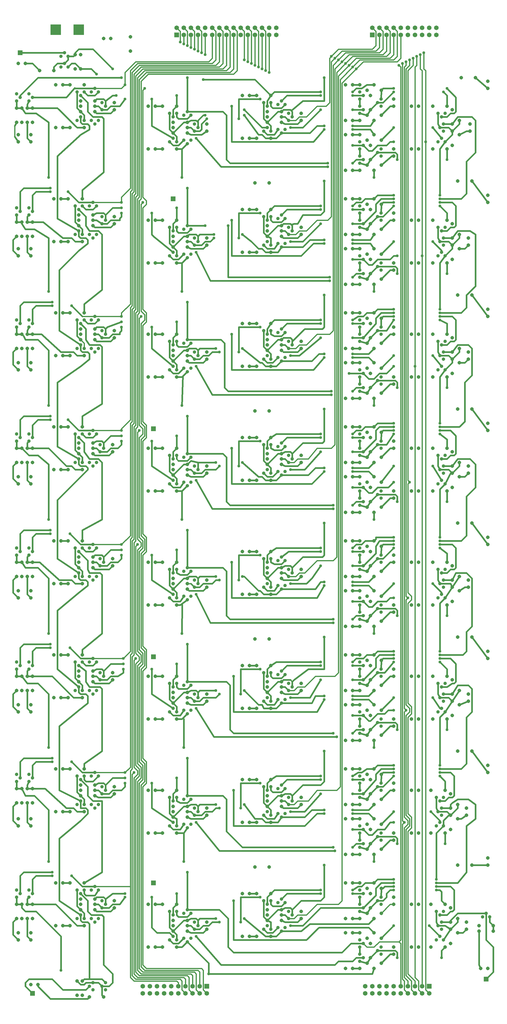
<source format=gbl>
G75*
G70*
%OFA0B0*%
%FSLAX24Y24*%
%IPPOS*%
%LPD*%
%AMOC8*
5,1,8,0,0,1.08239X$1,22.5*
%
%ADD10C,0.0515*%
%ADD11C,0.0476*%
%ADD12R,0.0650X0.0650*%
%ADD13C,0.0650*%
%ADD14R,0.0709X0.0709*%
%ADD15R,0.1500X0.1500*%
%ADD16C,0.0240*%
%ADD17C,0.0400*%
%ADD18C,0.0160*%
D10*
X003600Y005375D03*
X004600Y005375D03*
X003600Y011625D03*
X003600Y012625D03*
X003850Y014625D03*
X003100Y014625D03*
X002350Y014625D03*
X001600Y014625D03*
X001600Y016625D03*
X002350Y016625D03*
X003100Y016625D03*
X003850Y016625D03*
X001850Y012625D03*
X001850Y011625D03*
X007100Y013625D03*
X008100Y013625D03*
X009100Y013625D03*
X011100Y013625D03*
X010600Y015875D03*
X010600Y016625D03*
X010600Y017375D03*
X011100Y019625D03*
X009100Y019625D03*
X008100Y019625D03*
X007100Y019625D03*
X003600Y027625D03*
X003600Y028625D03*
X003850Y030875D03*
X003100Y030875D03*
X002350Y030875D03*
X001600Y030875D03*
X001600Y032875D03*
X002350Y032875D03*
X003100Y032875D03*
X003850Y032875D03*
X001850Y028625D03*
X001850Y027625D03*
X007100Y029625D03*
X008100Y029625D03*
X009100Y029625D03*
X011100Y029625D03*
X010600Y031875D03*
X010600Y032625D03*
X010600Y033375D03*
X011100Y035625D03*
X009100Y035625D03*
X008100Y035625D03*
X007100Y035625D03*
X003600Y043625D03*
X003600Y044625D03*
X003850Y046625D03*
X003100Y046625D03*
X002350Y046625D03*
X001600Y046625D03*
X001600Y048625D03*
X002350Y048625D03*
X003100Y048625D03*
X003850Y048625D03*
X001850Y044625D03*
X001850Y043625D03*
X006850Y045625D03*
X007850Y045625D03*
X008850Y045625D03*
X010350Y047875D03*
X010350Y048625D03*
X010350Y049375D03*
X010850Y051625D03*
X012350Y049375D03*
X012350Y048625D03*
X012350Y047875D03*
X010850Y045625D03*
X008850Y051625D03*
X007850Y051625D03*
X006850Y051625D03*
X003600Y059625D03*
X003600Y060625D03*
X003850Y062625D03*
X003100Y062625D03*
X002350Y062625D03*
X001600Y062625D03*
X001600Y064625D03*
X002350Y064625D03*
X003100Y064625D03*
X003850Y064625D03*
X001850Y060625D03*
X001850Y059625D03*
X006850Y061625D03*
X007850Y061625D03*
X008850Y061625D03*
X010350Y063875D03*
X010350Y064625D03*
X010350Y065375D03*
X010850Y067625D03*
X012350Y065375D03*
X012350Y064625D03*
X012350Y063875D03*
X010850Y061625D03*
X008850Y067625D03*
X007850Y067625D03*
X006850Y067625D03*
X003600Y075625D03*
X003600Y076625D03*
X003850Y078625D03*
X003100Y078625D03*
X002350Y078625D03*
X001600Y078625D03*
X001850Y076625D03*
X001850Y075625D03*
X001600Y080625D03*
X002350Y080625D03*
X003100Y080625D03*
X003850Y080625D03*
X006850Y077625D03*
X007850Y077625D03*
X008850Y077625D03*
X010350Y079875D03*
X010350Y080625D03*
X010350Y081375D03*
X010850Y083625D03*
X012350Y081375D03*
X012350Y080625D03*
X012350Y079875D03*
X010850Y077625D03*
X008850Y083625D03*
X007850Y083625D03*
X006850Y083625D03*
X003600Y091625D03*
X003600Y092625D03*
X003850Y094625D03*
X003100Y094625D03*
X002350Y094625D03*
X001600Y094625D03*
X001850Y092625D03*
X001850Y091625D03*
X001600Y096625D03*
X002350Y096625D03*
X003100Y096625D03*
X003850Y096625D03*
X007100Y093625D03*
X008100Y093625D03*
X009100Y093625D03*
X011100Y093625D03*
X010600Y095875D03*
X010600Y096625D03*
X010600Y097375D03*
X011100Y099625D03*
X009100Y099625D03*
X008100Y099625D03*
X007100Y099625D03*
X003600Y107625D03*
X003600Y108625D03*
X003850Y110375D03*
X003100Y110375D03*
X002350Y110375D03*
X001600Y110375D03*
X001850Y108625D03*
X001850Y107625D03*
X001600Y112375D03*
X002350Y112375D03*
X003100Y112375D03*
X003850Y112375D03*
X006850Y109625D03*
X007850Y109625D03*
X008850Y109625D03*
X010350Y111875D03*
X010350Y112625D03*
X010350Y113375D03*
X010850Y115625D03*
X012350Y113375D03*
X012350Y112625D03*
X012350Y111875D03*
X010850Y109625D03*
X008850Y115625D03*
X007850Y115625D03*
X006850Y115625D03*
X003600Y123625D03*
X003600Y124625D03*
X003850Y126375D03*
X003100Y126375D03*
X002350Y126375D03*
X001600Y126375D03*
X001850Y124625D03*
X001850Y123625D03*
X001600Y128375D03*
X002350Y128375D03*
X003100Y128375D03*
X003850Y128375D03*
X004850Y133625D03*
X002850Y134625D03*
X001850Y134625D03*
X006850Y133625D03*
X007100Y131625D03*
X008100Y131625D03*
X009100Y131625D03*
X011100Y131625D03*
X010600Y129375D03*
X010600Y128625D03*
X010600Y127875D03*
X011100Y125625D03*
X009100Y125625D03*
X008100Y125625D03*
X007100Y125625D03*
X009850Y133875D03*
X010600Y133875D03*
X010600Y135875D03*
X009850Y135875D03*
X012600Y129375D03*
X012600Y128625D03*
X012600Y127875D03*
X015350Y128125D03*
X015350Y129125D03*
X017600Y136375D03*
X017600Y138375D03*
X014850Y138125D03*
X013850Y138125D03*
X020100Y128625D03*
X021100Y128625D03*
X022100Y128625D03*
X023600Y126375D03*
X023600Y125625D03*
X023600Y124875D03*
X024100Y122625D03*
X025600Y124875D03*
X025600Y125625D03*
X025600Y126375D03*
X024100Y128625D03*
X022100Y122625D03*
X021100Y122625D03*
X020100Y122625D03*
X020100Y112625D03*
X021100Y112625D03*
X022100Y112625D03*
X023600Y110375D03*
X023600Y109625D03*
X023600Y108875D03*
X024100Y106625D03*
X025600Y108875D03*
X025600Y109625D03*
X025600Y110375D03*
X024100Y112625D03*
X022100Y106625D03*
X021100Y106625D03*
X020100Y106625D03*
X015350Y112125D03*
X015350Y113125D03*
X012600Y097375D03*
X012600Y096625D03*
X012600Y095875D03*
X015350Y096125D03*
X015350Y097125D03*
X020100Y096625D03*
X021100Y096625D03*
X022100Y096625D03*
X023600Y094375D03*
X023600Y093625D03*
X023600Y092875D03*
X024100Y090625D03*
X025600Y092875D03*
X025600Y093625D03*
X025600Y094375D03*
X024100Y096625D03*
X022100Y090625D03*
X021100Y090625D03*
X020100Y090625D03*
X020100Y080625D03*
X021100Y080625D03*
X022100Y080625D03*
X023600Y078375D03*
X023600Y077625D03*
X023600Y076875D03*
X024100Y074625D03*
X025600Y076875D03*
X025600Y077625D03*
X025600Y078375D03*
X024100Y080625D03*
X022100Y074625D03*
X021100Y074625D03*
X020100Y074625D03*
X015100Y080125D03*
X015100Y081125D03*
X015100Y065125D03*
X015100Y064125D03*
X020100Y064625D03*
X021100Y064625D03*
X022100Y064625D03*
X023600Y062375D03*
X023600Y061625D03*
X023600Y060875D03*
X024100Y058625D03*
X025600Y060875D03*
X025600Y061625D03*
X025600Y062375D03*
X024100Y064625D03*
X022100Y058625D03*
X021100Y058625D03*
X020100Y058625D03*
X020100Y048625D03*
X021100Y048625D03*
X022100Y048625D03*
X023600Y046375D03*
X023600Y045625D03*
X023600Y044875D03*
X024100Y042625D03*
X025600Y044875D03*
X025600Y045625D03*
X025600Y046375D03*
X024100Y048625D03*
X022100Y042625D03*
X021100Y042625D03*
X020100Y042625D03*
X015350Y033125D03*
X015350Y032125D03*
X012600Y031875D03*
X012600Y032625D03*
X012600Y033375D03*
X020100Y032625D03*
X021100Y032625D03*
X022100Y032625D03*
X023600Y030375D03*
X023600Y029625D03*
X023600Y028875D03*
X024100Y026625D03*
X025600Y028875D03*
X025600Y029625D03*
X025600Y030375D03*
X024100Y032625D03*
X022100Y026625D03*
X021100Y026625D03*
X020100Y026625D03*
X020100Y016625D03*
X021100Y016625D03*
X022100Y016625D03*
X023600Y014375D03*
X023600Y013625D03*
X023600Y012875D03*
X024100Y010625D03*
X025600Y012875D03*
X025600Y013625D03*
X025600Y014375D03*
X024100Y016625D03*
X022100Y010625D03*
X021100Y010625D03*
X020100Y010625D03*
X015350Y016125D03*
X015350Y017125D03*
X012600Y017375D03*
X012600Y016625D03*
X012600Y015875D03*
X010850Y005875D03*
X010100Y005875D03*
X010100Y003875D03*
X010850Y003875D03*
X011850Y003625D03*
X013850Y003625D03*
X028350Y013125D03*
X028350Y014125D03*
X033350Y012125D03*
X034350Y012125D03*
X035350Y012125D03*
X036850Y014375D03*
X036850Y015125D03*
X036850Y015875D03*
X037350Y018125D03*
X038850Y015875D03*
X038850Y015125D03*
X038850Y014375D03*
X037350Y012125D03*
X035350Y018125D03*
X034350Y018125D03*
X033350Y018125D03*
X035100Y021875D03*
X037100Y021875D03*
X037350Y028125D03*
X036850Y030375D03*
X036850Y031125D03*
X036850Y031875D03*
X037350Y034125D03*
X038850Y031875D03*
X038850Y031125D03*
X038850Y030375D03*
X041600Y030625D03*
X041600Y031625D03*
X037350Y044125D03*
X036850Y046375D03*
X036850Y047125D03*
X036850Y047875D03*
X037350Y050125D03*
X038850Y047875D03*
X038850Y047125D03*
X038850Y046375D03*
X041600Y046625D03*
X041600Y047625D03*
X037100Y053875D03*
X035100Y053875D03*
X035350Y050125D03*
X034350Y050125D03*
X033350Y050125D03*
X033350Y044125D03*
X034350Y044125D03*
X035350Y044125D03*
X035350Y034125D03*
X034350Y034125D03*
X033350Y034125D03*
X033350Y028125D03*
X034350Y028125D03*
X035350Y028125D03*
X041600Y015625D03*
X041600Y014625D03*
X047850Y014625D03*
X048850Y014625D03*
X049850Y014625D03*
X050880Y015375D03*
X051350Y016125D03*
X051850Y014625D03*
X052880Y015375D03*
X051850Y012625D03*
X052880Y011875D03*
X051350Y011125D03*
X050880Y011875D03*
X049850Y012625D03*
X048850Y012625D03*
X047850Y012625D03*
X047850Y007625D03*
X048850Y007625D03*
X049850Y007625D03*
X050880Y008375D03*
X051350Y009125D03*
X051850Y007625D03*
X052880Y008375D03*
X054600Y009625D03*
X054600Y010625D03*
X057100Y010625D03*
X058100Y010625D03*
X059850Y010625D03*
X061850Y010625D03*
X062600Y011125D03*
X063600Y012625D03*
X062600Y013125D03*
X062600Y014125D03*
X063600Y014625D03*
X064850Y014125D03*
X064850Y013125D03*
X066600Y012875D03*
X066600Y013625D03*
X068600Y013625D03*
X068600Y012875D03*
X067850Y007625D03*
X066850Y007625D03*
X062600Y016125D03*
X061850Y016625D03*
X059850Y016625D03*
X058100Y016625D03*
X057100Y016625D03*
X054600Y016625D03*
X054600Y017625D03*
X052880Y018875D03*
X051850Y019625D03*
X051350Y018125D03*
X050880Y018875D03*
X049850Y019625D03*
X048850Y019625D03*
X047850Y019625D03*
X047850Y023625D03*
X048850Y023625D03*
X049850Y023625D03*
X050880Y024375D03*
X051350Y025125D03*
X051850Y023625D03*
X052880Y024375D03*
X051350Y027125D03*
X050880Y027875D03*
X049850Y028625D03*
X048850Y028625D03*
X047850Y028625D03*
X047850Y030625D03*
X048850Y030625D03*
X049850Y030625D03*
X050880Y031375D03*
X051350Y032125D03*
X051850Y030625D03*
X052880Y031375D03*
X051850Y028625D03*
X052880Y027875D03*
X054600Y026625D03*
X054600Y025625D03*
X057100Y026625D03*
X058100Y026625D03*
X059850Y026625D03*
X061850Y026625D03*
X062600Y027125D03*
X063600Y028625D03*
X062600Y029125D03*
X062600Y030125D03*
X063600Y030625D03*
X064850Y030125D03*
X064850Y029125D03*
X062600Y032125D03*
X061850Y032625D03*
X059850Y032625D03*
X058100Y032625D03*
X057100Y032625D03*
X054600Y032625D03*
X054600Y033625D03*
X052880Y034875D03*
X051850Y035625D03*
X051350Y034125D03*
X050880Y034875D03*
X049850Y035625D03*
X048850Y035625D03*
X047850Y035625D03*
X047850Y039625D03*
X048850Y039625D03*
X049850Y039625D03*
X050880Y040375D03*
X051350Y041125D03*
X051850Y039625D03*
X052880Y040375D03*
X051350Y043125D03*
X050880Y043875D03*
X049850Y044625D03*
X048850Y044625D03*
X048850Y046625D03*
X049850Y046625D03*
X050880Y047375D03*
X051350Y048125D03*
X051850Y046625D03*
X052880Y047375D03*
X051850Y044625D03*
X052880Y043875D03*
X054600Y042625D03*
X054600Y041625D03*
X057100Y042625D03*
X058100Y042625D03*
X060100Y042625D03*
X062100Y042625D03*
X062850Y043125D03*
X063850Y044625D03*
X062850Y045125D03*
X062850Y046125D03*
X063850Y046625D03*
X062850Y048125D03*
X062100Y048625D03*
X060100Y048625D03*
X058100Y048625D03*
X057100Y048625D03*
X054600Y048625D03*
X054600Y049625D03*
X052880Y050875D03*
X051850Y051625D03*
X051350Y050125D03*
X050880Y050875D03*
X049850Y051625D03*
X048850Y051625D03*
X047850Y051625D03*
X047850Y055625D03*
X048850Y055625D03*
X049850Y055625D03*
X050880Y056375D03*
X051350Y057125D03*
X051850Y055625D03*
X052880Y056375D03*
X051350Y059125D03*
X050880Y059875D03*
X049850Y060625D03*
X048850Y060625D03*
X048850Y062625D03*
X049850Y062625D03*
X050880Y063375D03*
X051350Y064125D03*
X051850Y062625D03*
X052880Y063375D03*
X051850Y060625D03*
X052880Y059875D03*
X054600Y058625D03*
X054600Y057625D03*
X057100Y058625D03*
X058100Y058625D03*
X060100Y058625D03*
X062100Y058625D03*
X062850Y059125D03*
X063850Y060625D03*
X062850Y061125D03*
X062850Y062125D03*
X063850Y062625D03*
X062850Y064125D03*
X062100Y064625D03*
X060100Y064625D03*
X058100Y064625D03*
X057100Y064625D03*
X054600Y064625D03*
X054600Y065625D03*
X052880Y066875D03*
X051850Y067625D03*
X051350Y066125D03*
X050880Y066875D03*
X049850Y067625D03*
X048850Y067625D03*
X047850Y067625D03*
X047850Y071625D03*
X048850Y071625D03*
X049850Y071625D03*
X050880Y072375D03*
X051350Y073125D03*
X051850Y071625D03*
X052880Y072375D03*
X051350Y075125D03*
X050880Y075875D03*
X049850Y076625D03*
X048850Y076625D03*
X048850Y078625D03*
X049850Y078625D03*
X050880Y079375D03*
X051350Y080125D03*
X051850Y078625D03*
X052880Y079375D03*
X051850Y076625D03*
X052880Y075875D03*
X054600Y074625D03*
X054600Y073625D03*
X057100Y074625D03*
X058100Y074625D03*
X060100Y074625D03*
X062100Y074625D03*
X062850Y075125D03*
X063850Y076625D03*
X062850Y077125D03*
X062850Y078125D03*
X063850Y078625D03*
X062850Y080125D03*
X062100Y080625D03*
X060100Y080625D03*
X058100Y080625D03*
X057100Y080625D03*
X054600Y080625D03*
X054600Y081625D03*
X052880Y082875D03*
X051850Y083625D03*
X051350Y082125D03*
X050880Y082875D03*
X049850Y083625D03*
X048850Y083625D03*
X047850Y083625D03*
X047850Y087625D03*
X048850Y087625D03*
X049850Y087625D03*
X050880Y088375D03*
X051350Y089125D03*
X051350Y091125D03*
X050880Y091875D03*
X049850Y092625D03*
X048850Y092625D03*
X048850Y094625D03*
X049850Y094625D03*
X050880Y095375D03*
X051350Y096125D03*
X051850Y094625D03*
X052880Y095375D03*
X051850Y092625D03*
X052880Y091875D03*
X052880Y088375D03*
X051850Y087625D03*
X054600Y089625D03*
X054600Y090625D03*
X057100Y090625D03*
X058100Y090625D03*
X060100Y090625D03*
X062100Y090625D03*
X062850Y091125D03*
X063850Y092625D03*
X062850Y093125D03*
X062850Y094125D03*
X063850Y094625D03*
X062850Y096125D03*
X062100Y096625D03*
X060100Y096625D03*
X058100Y096625D03*
X057100Y096625D03*
X054600Y096625D03*
X054600Y097625D03*
X052880Y098875D03*
X051850Y099625D03*
X051350Y098125D03*
X050880Y098875D03*
X049850Y099625D03*
X048850Y099625D03*
X047850Y099625D03*
X047850Y103625D03*
X048850Y103625D03*
X049850Y103625D03*
X050880Y104375D03*
X051350Y105125D03*
X051850Y103625D03*
X052880Y104375D03*
X051350Y107125D03*
X050880Y107875D03*
X049850Y108625D03*
X048850Y108625D03*
X048850Y110625D03*
X049850Y110625D03*
X050880Y111375D03*
X051350Y112125D03*
X051350Y114125D03*
X050880Y114875D03*
X049850Y115625D03*
X048850Y115625D03*
X047850Y115625D03*
X047850Y119625D03*
X048850Y119625D03*
X049850Y119625D03*
X050880Y120375D03*
X051350Y121125D03*
X051850Y119625D03*
X052880Y120375D03*
X051350Y123125D03*
X050880Y123875D03*
X049850Y124625D03*
X048850Y124625D03*
X047850Y124625D03*
X047850Y126625D03*
X048850Y126625D03*
X049850Y126625D03*
X050880Y127375D03*
X051350Y128125D03*
X051850Y126625D03*
X052880Y127375D03*
X051850Y124625D03*
X052880Y123875D03*
X054600Y122625D03*
X054600Y121625D03*
X057100Y122625D03*
X058100Y122625D03*
X060100Y122625D03*
X062100Y122625D03*
X062850Y123125D03*
X063850Y124625D03*
X062850Y125125D03*
X062850Y126125D03*
X063850Y126625D03*
X062850Y128125D03*
X062100Y128625D03*
X060100Y128625D03*
X058100Y128625D03*
X057100Y128625D03*
X054600Y128625D03*
X054600Y129625D03*
X052880Y130875D03*
X051850Y131625D03*
X051350Y130125D03*
X050880Y130875D03*
X049850Y131625D03*
X048850Y131625D03*
X047850Y131625D03*
X041600Y127625D03*
X041600Y126625D03*
X038850Y126375D03*
X038850Y127125D03*
X038850Y127875D03*
X037350Y130125D03*
X036850Y127875D03*
X036850Y127125D03*
X036850Y126375D03*
X037350Y124125D03*
X035350Y124125D03*
X034350Y124125D03*
X033350Y124125D03*
X033350Y130125D03*
X034350Y130125D03*
X035350Y130125D03*
X035100Y117875D03*
X037100Y117875D03*
X037350Y114125D03*
X036850Y111875D03*
X036850Y111125D03*
X036850Y110375D03*
X037350Y108125D03*
X038850Y110375D03*
X038850Y111125D03*
X038850Y111875D03*
X041600Y111625D03*
X041600Y110625D03*
X037350Y098125D03*
X036850Y095875D03*
X036850Y095125D03*
X036850Y094375D03*
X037350Y092125D03*
X038850Y094375D03*
X038850Y095125D03*
X038850Y095875D03*
X041600Y095625D03*
X041600Y094625D03*
X037100Y085875D03*
X037350Y082125D03*
X036850Y079875D03*
X036850Y079125D03*
X036850Y078375D03*
X037350Y076125D03*
X038850Y078375D03*
X038850Y079125D03*
X038850Y079875D03*
X041600Y079625D03*
X041600Y078625D03*
X037350Y066125D03*
X036850Y063875D03*
X036850Y063125D03*
X036850Y062375D03*
X037350Y060125D03*
X038850Y062375D03*
X038850Y063125D03*
X038850Y063875D03*
X041600Y063625D03*
X041600Y062625D03*
X047850Y062625D03*
X047850Y060625D03*
X047850Y046625D03*
X047850Y044625D03*
X035350Y060125D03*
X034350Y060125D03*
X033350Y060125D03*
X033350Y066125D03*
X034350Y066125D03*
X035350Y066125D03*
X035350Y076125D03*
X034350Y076125D03*
X033350Y076125D03*
X033350Y082125D03*
X034350Y082125D03*
X035350Y082125D03*
X035100Y085875D03*
X035350Y092125D03*
X034350Y092125D03*
X033350Y092125D03*
X033350Y098125D03*
X034350Y098125D03*
X035350Y098125D03*
X035350Y108125D03*
X034350Y108125D03*
X033350Y108125D03*
X033350Y114125D03*
X034350Y114125D03*
X035350Y114125D03*
X028350Y110125D03*
X028350Y109125D03*
X028350Y094125D03*
X028350Y093125D03*
X028350Y078125D03*
X028350Y077125D03*
X028350Y062125D03*
X028350Y061125D03*
X028350Y046125D03*
X028350Y045125D03*
X028350Y030125D03*
X028350Y029125D03*
X015100Y048125D03*
X015100Y049125D03*
X047850Y076625D03*
X047850Y078625D03*
X047850Y092625D03*
X047850Y094625D03*
X054600Y105625D03*
X054600Y106625D03*
X052880Y107875D03*
X051850Y108625D03*
X051850Y110625D03*
X052880Y111375D03*
X052880Y114875D03*
X051850Y115625D03*
X054600Y113625D03*
X054600Y112625D03*
X057100Y112625D03*
X058100Y112625D03*
X060100Y112625D03*
X062100Y112625D03*
X062850Y112125D03*
X063850Y110625D03*
X062850Y110125D03*
X062850Y109125D03*
X063850Y108625D03*
X062850Y107125D03*
X062100Y106625D03*
X060100Y106625D03*
X058100Y106625D03*
X057100Y106625D03*
X063600Y102125D03*
X065600Y102125D03*
X067850Y100125D03*
X067850Y099125D03*
X065100Y094125D03*
X065100Y093125D03*
X065600Y086125D03*
X063600Y086125D03*
X065100Y078125D03*
X065100Y077125D03*
X067850Y083125D03*
X067850Y084125D03*
X065600Y070125D03*
X063600Y070125D03*
X065100Y062125D03*
X065100Y061125D03*
X067850Y067125D03*
X067850Y068125D03*
X065600Y054125D03*
X063600Y054125D03*
X065100Y046125D03*
X065100Y045125D03*
X067850Y051125D03*
X067850Y052125D03*
X065600Y038125D03*
X063600Y038125D03*
X067850Y036125D03*
X067850Y035125D03*
X067850Y023125D03*
X067850Y022125D03*
X065600Y022125D03*
X063600Y022125D03*
X065100Y109125D03*
X065100Y110125D03*
X067850Y115125D03*
X067850Y116125D03*
X065600Y118125D03*
X063600Y118125D03*
X065350Y125125D03*
X065350Y126125D03*
X067850Y131125D03*
X067850Y132125D03*
X066100Y132625D03*
X064100Y132625D03*
X047850Y110625D03*
X047850Y108625D03*
X028350Y125125D03*
X028350Y126125D03*
D11*
X027100Y125625D03*
X026600Y126125D03*
X026600Y125125D03*
X026100Y123875D03*
X025600Y123375D03*
X025100Y123875D03*
X024100Y123625D03*
X023600Y124125D03*
X023100Y123625D03*
X023600Y127125D03*
X023100Y127625D03*
X024100Y127625D03*
X025100Y127375D03*
X025600Y127875D03*
X026100Y127375D03*
X025600Y111875D03*
X025100Y111375D03*
X026100Y111375D03*
X026600Y110125D03*
X027100Y109625D03*
X026600Y109125D03*
X026100Y107875D03*
X025600Y107375D03*
X025100Y107875D03*
X024100Y107625D03*
X023600Y108125D03*
X023100Y107625D03*
X023600Y111125D03*
X023100Y111625D03*
X024100Y111625D03*
X025600Y095875D03*
X025100Y095375D03*
X026100Y095375D03*
X026600Y094125D03*
X027100Y093625D03*
X026600Y093125D03*
X026100Y091875D03*
X025600Y091375D03*
X025100Y091875D03*
X024100Y091625D03*
X023600Y092125D03*
X023100Y091625D03*
X023600Y095125D03*
X023100Y095625D03*
X024100Y095625D03*
X025600Y079875D03*
X025100Y079375D03*
X026100Y079375D03*
X026600Y078125D03*
X027100Y077625D03*
X026600Y077125D03*
X026100Y075875D03*
X025600Y075375D03*
X025100Y075875D03*
X024100Y075625D03*
X023600Y076125D03*
X023100Y075625D03*
X023600Y079125D03*
X023100Y079625D03*
X024100Y079625D03*
X025600Y063875D03*
X025100Y063375D03*
X026100Y063375D03*
X026600Y062125D03*
X027100Y061625D03*
X026600Y061125D03*
X026100Y059875D03*
X025600Y059375D03*
X025100Y059875D03*
X024100Y059625D03*
X023600Y060125D03*
X023100Y059625D03*
X023600Y063125D03*
X023100Y063625D03*
X024100Y063625D03*
X025600Y047875D03*
X025100Y047375D03*
X026100Y047375D03*
X026600Y046125D03*
X027100Y045625D03*
X026600Y045125D03*
X026100Y043875D03*
X025600Y043375D03*
X025100Y043875D03*
X024100Y043625D03*
X023600Y044125D03*
X023100Y043625D03*
X023600Y047125D03*
X023100Y047625D03*
X024100Y047625D03*
X025600Y031875D03*
X025100Y031375D03*
X026100Y031375D03*
X026600Y030125D03*
X027100Y029625D03*
X026600Y029125D03*
X026100Y027875D03*
X025600Y027375D03*
X025100Y027875D03*
X024100Y027625D03*
X023600Y028125D03*
X023100Y027625D03*
X023600Y031125D03*
X023100Y031625D03*
X024100Y031625D03*
X025600Y015875D03*
X025100Y015375D03*
X026100Y015375D03*
X026600Y014125D03*
X027100Y013625D03*
X026600Y013125D03*
X026100Y011875D03*
X025600Y011375D03*
X025100Y011875D03*
X024100Y011625D03*
X023600Y012125D03*
X023100Y011625D03*
X023600Y015125D03*
X023100Y015625D03*
X024100Y015625D03*
X014100Y016625D03*
X013600Y017125D03*
X013600Y016125D03*
X013100Y014625D03*
X012600Y014125D03*
X012100Y014625D03*
X011100Y014625D03*
X010600Y015125D03*
X010100Y014625D03*
X010600Y018125D03*
X011100Y018625D03*
X010100Y018625D03*
X012100Y018625D03*
X012600Y019125D03*
X013100Y018625D03*
X012600Y030125D03*
X012100Y030625D03*
X013100Y030625D03*
X013600Y032125D03*
X014100Y032625D03*
X013600Y033125D03*
X013100Y034625D03*
X012600Y035125D03*
X012100Y034625D03*
X011100Y034625D03*
X010600Y034125D03*
X010100Y034625D03*
X010600Y031125D03*
X011100Y030625D03*
X010100Y030625D03*
X003850Y034375D03*
X003350Y034875D03*
X003350Y033875D03*
X002100Y034375D03*
X001600Y034875D03*
X001600Y033875D03*
X001600Y018625D03*
X002100Y018125D03*
X001600Y017625D03*
X003350Y017625D03*
X003850Y018125D03*
X003350Y018625D03*
X012350Y005625D03*
X011850Y005125D03*
X012350Y004625D03*
X013600Y005125D03*
X014100Y004625D03*
X014100Y005625D03*
X012350Y046125D03*
X011850Y046625D03*
X012850Y046625D03*
X013350Y048125D03*
X013850Y048625D03*
X013350Y049125D03*
X012850Y050625D03*
X012350Y051125D03*
X011850Y050625D03*
X010850Y050625D03*
X010350Y050125D03*
X009850Y050625D03*
X010350Y047125D03*
X009850Y046625D03*
X010850Y046625D03*
X003850Y050125D03*
X003350Y050625D03*
X003350Y049625D03*
X002100Y050125D03*
X001600Y050625D03*
X001600Y049625D03*
X001600Y065625D03*
X002100Y066125D03*
X001600Y066625D03*
X003350Y066625D03*
X003850Y066125D03*
X003350Y065625D03*
X009850Y066625D03*
X010350Y066125D03*
X010850Y066625D03*
X011850Y066625D03*
X012350Y067125D03*
X012850Y066625D03*
X013350Y065125D03*
X013850Y064625D03*
X013350Y064125D03*
X012850Y062625D03*
X012350Y062125D03*
X011850Y062625D03*
X010850Y062625D03*
X010350Y063125D03*
X009850Y062625D03*
X012350Y078125D03*
X011850Y078625D03*
X012850Y078625D03*
X013350Y080125D03*
X013850Y080625D03*
X013350Y081125D03*
X012850Y082625D03*
X012350Y083125D03*
X011850Y082625D03*
X010850Y082625D03*
X010350Y082125D03*
X009850Y082625D03*
X010350Y079125D03*
X009850Y078625D03*
X010850Y078625D03*
X003850Y082125D03*
X003350Y081625D03*
X003350Y082625D03*
X002100Y082125D03*
X001600Y081625D03*
X001600Y082625D03*
X001600Y097625D03*
X002100Y098125D03*
X001600Y098625D03*
X003350Y098625D03*
X003850Y098125D03*
X003350Y097625D03*
X010100Y098625D03*
X010600Y098125D03*
X011100Y098625D03*
X012100Y098625D03*
X012600Y099125D03*
X013100Y098625D03*
X013600Y097125D03*
X014100Y096625D03*
X013600Y096125D03*
X013100Y094625D03*
X012600Y094125D03*
X012100Y094625D03*
X011100Y094625D03*
X010600Y095125D03*
X010100Y094625D03*
X012350Y110125D03*
X011850Y110625D03*
X012850Y110625D03*
X013600Y112125D03*
X014100Y112625D03*
X013600Y113125D03*
X012850Y114625D03*
X012350Y115125D03*
X011850Y114625D03*
X010850Y114625D03*
X010350Y114125D03*
X009850Y114625D03*
X010350Y111125D03*
X009850Y110625D03*
X010850Y110625D03*
X003850Y113875D03*
X003350Y113375D03*
X003350Y114375D03*
X002100Y113875D03*
X001600Y113375D03*
X001600Y114375D03*
X001600Y129375D03*
X002100Y129875D03*
X001600Y130375D03*
X003350Y130375D03*
X003850Y129875D03*
X003350Y129375D03*
X007850Y134125D03*
X008350Y134625D03*
X008850Y134125D03*
X008850Y135625D03*
X008350Y136125D03*
X007850Y135625D03*
X010100Y130625D03*
X010600Y130125D03*
X011100Y130625D03*
X012100Y130625D03*
X012600Y131125D03*
X013100Y130625D03*
X013600Y129125D03*
X014100Y128625D03*
X013600Y128125D03*
X013100Y126625D03*
X012600Y126125D03*
X012100Y126625D03*
X011100Y126625D03*
X010600Y127125D03*
X010100Y126625D03*
X036350Y125125D03*
X036850Y125625D03*
X037350Y125125D03*
X038350Y125375D03*
X038850Y124875D03*
X039350Y125375D03*
X039850Y126625D03*
X040350Y127125D03*
X039850Y127625D03*
X039350Y128875D03*
X038850Y129375D03*
X038350Y128875D03*
X037350Y129125D03*
X036850Y128625D03*
X036350Y129125D03*
X038850Y113375D03*
X038350Y112875D03*
X039350Y112875D03*
X039850Y111625D03*
X040350Y111125D03*
X039850Y110625D03*
X039350Y109375D03*
X038850Y108875D03*
X038350Y109375D03*
X037350Y109125D03*
X036850Y109625D03*
X036350Y109125D03*
X036850Y112625D03*
X036350Y113125D03*
X037350Y113125D03*
X038850Y097375D03*
X038350Y096875D03*
X039350Y096875D03*
X039850Y095625D03*
X040350Y095125D03*
X039850Y094625D03*
X039350Y093375D03*
X038850Y092875D03*
X038350Y093375D03*
X037350Y093125D03*
X036850Y093625D03*
X036350Y093125D03*
X036850Y096625D03*
X036350Y097125D03*
X037350Y097125D03*
X038850Y081375D03*
X038350Y080875D03*
X039350Y080875D03*
X039850Y079625D03*
X040350Y079125D03*
X039850Y078625D03*
X039350Y077375D03*
X038850Y076875D03*
X038350Y077375D03*
X037350Y077125D03*
X036850Y077625D03*
X036350Y077125D03*
X036850Y080625D03*
X036350Y081125D03*
X037350Y081125D03*
X038850Y065375D03*
X038350Y064875D03*
X039350Y064875D03*
X039850Y063625D03*
X040350Y063125D03*
X039850Y062625D03*
X039350Y061375D03*
X038850Y060875D03*
X038350Y061375D03*
X037350Y061125D03*
X036850Y061625D03*
X036350Y061125D03*
X036850Y064625D03*
X036350Y065125D03*
X037350Y065125D03*
X038850Y049375D03*
X038350Y048875D03*
X039350Y048875D03*
X039850Y047625D03*
X040350Y047125D03*
X039850Y046625D03*
X039350Y045375D03*
X038850Y044875D03*
X038350Y045375D03*
X037350Y045125D03*
X036850Y045625D03*
X036350Y045125D03*
X036850Y048625D03*
X036350Y049125D03*
X037350Y049125D03*
X038850Y033375D03*
X038350Y032875D03*
X039350Y032875D03*
X039850Y031625D03*
X040350Y031125D03*
X039850Y030625D03*
X039350Y029375D03*
X038850Y028875D03*
X038350Y029375D03*
X037350Y029125D03*
X036850Y029625D03*
X036350Y029125D03*
X036850Y032625D03*
X036350Y033125D03*
X037350Y033125D03*
X038850Y017375D03*
X038350Y016875D03*
X039350Y016875D03*
X039850Y015625D03*
X040350Y015125D03*
X039850Y014625D03*
X039350Y013375D03*
X038850Y012875D03*
X038350Y013375D03*
X037350Y013125D03*
X036850Y013625D03*
X036350Y013125D03*
X036850Y016625D03*
X036350Y017125D03*
X037350Y017125D03*
X049850Y016625D03*
X050350Y016125D03*
X049850Y015625D03*
X049850Y017625D03*
X050350Y018125D03*
X049850Y018625D03*
X052350Y017125D03*
X052850Y016625D03*
X052850Y017625D03*
X049850Y011625D03*
X050350Y011125D03*
X049850Y010625D03*
X049850Y009625D03*
X050350Y009125D03*
X049850Y008625D03*
X052350Y010125D03*
X052850Y010625D03*
X052850Y009625D03*
X060600Y011625D03*
X061100Y012125D03*
X061600Y011625D03*
X061350Y013125D03*
X060850Y013625D03*
X061350Y014125D03*
X061100Y015125D03*
X060600Y015625D03*
X061600Y015625D03*
X067100Y014875D03*
X067600Y015375D03*
X068100Y014875D03*
X061600Y027625D03*
X061100Y028125D03*
X060600Y027625D03*
X060850Y029625D03*
X061350Y029125D03*
X061350Y030125D03*
X061100Y031125D03*
X060600Y031625D03*
X061600Y031625D03*
X061850Y043625D03*
X061350Y044125D03*
X060850Y043625D03*
X061600Y045125D03*
X061100Y045625D03*
X061600Y046125D03*
X061350Y047125D03*
X060850Y047625D03*
X061850Y047625D03*
X061850Y059625D03*
X061350Y060125D03*
X060850Y059625D03*
X061600Y061125D03*
X061100Y061625D03*
X061600Y062125D03*
X061350Y063125D03*
X060850Y063625D03*
X061850Y063625D03*
X061850Y075625D03*
X061350Y076125D03*
X060850Y075625D03*
X061600Y077125D03*
X061100Y077625D03*
X061600Y078125D03*
X061350Y079125D03*
X061850Y079625D03*
X060850Y079625D03*
X060850Y091625D03*
X061350Y092125D03*
X061850Y091625D03*
X061600Y093125D03*
X061100Y093625D03*
X061600Y094125D03*
X061350Y095125D03*
X061850Y095625D03*
X060850Y095625D03*
X060850Y107625D03*
X061350Y108125D03*
X061850Y107625D03*
X061600Y109125D03*
X061100Y109625D03*
X061600Y110125D03*
X061350Y111125D03*
X061850Y111625D03*
X060850Y111625D03*
X060850Y123625D03*
X061350Y124125D03*
X061850Y123625D03*
X061600Y125125D03*
X061100Y125625D03*
X061600Y126125D03*
X061350Y127125D03*
X061850Y127625D03*
X060850Y127625D03*
X052850Y128625D03*
X052350Y129125D03*
X052850Y129625D03*
X050350Y130125D03*
X049850Y130625D03*
X049850Y129625D03*
X049850Y128625D03*
X050350Y128125D03*
X049850Y127625D03*
X049850Y123625D03*
X050350Y123125D03*
X049850Y122625D03*
X049850Y121625D03*
X050350Y121125D03*
X049850Y120625D03*
X052350Y122125D03*
X052850Y121625D03*
X052850Y122625D03*
X049850Y114625D03*
X050350Y114125D03*
X049850Y113625D03*
X049850Y112625D03*
X050350Y112125D03*
X049850Y111625D03*
X049850Y107625D03*
X050350Y107125D03*
X049850Y106625D03*
X049850Y105625D03*
X050350Y105125D03*
X049850Y104625D03*
X052350Y106125D03*
X052850Y105625D03*
X052850Y106625D03*
X052850Y112625D03*
X052350Y113125D03*
X052850Y113625D03*
X049850Y098625D03*
X050350Y098125D03*
X049850Y097625D03*
X049850Y096625D03*
X050350Y096125D03*
X049850Y095625D03*
X049850Y091625D03*
X050350Y091125D03*
X049850Y090625D03*
X049850Y089625D03*
X050350Y089125D03*
X049850Y088625D03*
X052350Y090125D03*
X052850Y089625D03*
X052850Y090625D03*
X052850Y096625D03*
X052350Y097125D03*
X052850Y097625D03*
X049850Y082625D03*
X050350Y082125D03*
X049850Y081625D03*
X049850Y080625D03*
X050350Y080125D03*
X049850Y079625D03*
X049850Y075625D03*
X050350Y075125D03*
X049850Y074625D03*
X049850Y073625D03*
X050350Y073125D03*
X049850Y072625D03*
X052350Y074125D03*
X052850Y073625D03*
X052850Y074625D03*
X052850Y080625D03*
X052350Y081125D03*
X052850Y081625D03*
X049850Y066625D03*
X050350Y066125D03*
X049850Y065625D03*
X049850Y064625D03*
X050350Y064125D03*
X049850Y063625D03*
X049850Y059625D03*
X050350Y059125D03*
X049850Y058625D03*
X049850Y057625D03*
X050350Y057125D03*
X049850Y056625D03*
X052350Y058125D03*
X052850Y057625D03*
X052850Y058625D03*
X052850Y064625D03*
X052350Y065125D03*
X052850Y065625D03*
X049850Y050625D03*
X050350Y050125D03*
X049850Y049625D03*
X049850Y048625D03*
X050350Y048125D03*
X049850Y047625D03*
X049850Y043625D03*
X050350Y043125D03*
X049850Y042625D03*
X049850Y041625D03*
X050350Y041125D03*
X049850Y040625D03*
X052350Y042125D03*
X052850Y042625D03*
X052850Y041625D03*
X049850Y034625D03*
X050350Y034125D03*
X049850Y033625D03*
X049850Y032625D03*
X050350Y032125D03*
X049850Y031625D03*
X049850Y027625D03*
X050350Y027125D03*
X049850Y026625D03*
X049850Y025625D03*
X050350Y025125D03*
X049850Y024625D03*
X052350Y026125D03*
X052850Y026625D03*
X052850Y025625D03*
X052850Y032625D03*
X052350Y033125D03*
X052850Y033625D03*
X052850Y048625D03*
X052350Y049125D03*
X052850Y049625D03*
D12*
X059600Y005125D03*
X028350Y005125D03*
X024100Y138625D03*
X051600Y138625D03*
D13*
X051600Y139625D03*
X052600Y139625D03*
X052600Y138625D03*
X053600Y138625D03*
X053600Y139625D03*
X054600Y139625D03*
X054600Y138625D03*
X055600Y138625D03*
X055600Y139625D03*
X056600Y139625D03*
X056600Y138625D03*
X057600Y138625D03*
X057600Y139625D03*
X058600Y139625D03*
X058600Y138625D03*
X059600Y138625D03*
X059600Y139625D03*
X060600Y139625D03*
X060600Y138625D03*
X038100Y138625D03*
X038100Y139625D03*
X037100Y139625D03*
X037100Y138625D03*
X036100Y138625D03*
X036100Y139625D03*
X035100Y139625D03*
X035100Y138625D03*
X034100Y138625D03*
X034100Y139625D03*
X033100Y139625D03*
X033100Y138625D03*
X032100Y138625D03*
X032100Y139625D03*
X031100Y139625D03*
X031100Y138625D03*
X030100Y138625D03*
X030100Y139625D03*
X029100Y139625D03*
X029100Y138625D03*
X028100Y138625D03*
X028100Y139625D03*
X027100Y139625D03*
X027100Y138625D03*
X026100Y138625D03*
X026100Y139625D03*
X025100Y139625D03*
X025100Y138625D03*
X024100Y139625D03*
X024350Y005125D03*
X024350Y004125D03*
X023350Y004125D03*
X023350Y005125D03*
X022350Y005125D03*
X022350Y004125D03*
X021350Y004125D03*
X021350Y005125D03*
X020350Y005125D03*
X020350Y004125D03*
X019350Y004125D03*
X019350Y005125D03*
X025350Y005125D03*
X025350Y004125D03*
X026350Y004125D03*
X026350Y005125D03*
X027350Y005125D03*
X027350Y004125D03*
X028350Y004125D03*
X050600Y004125D03*
X050600Y005125D03*
X051600Y005125D03*
X051600Y004125D03*
X052600Y004125D03*
X052600Y005125D03*
X053600Y005125D03*
X053600Y004125D03*
X054600Y004125D03*
X054600Y005125D03*
X055600Y005125D03*
X055600Y004125D03*
X056600Y004125D03*
X056600Y005125D03*
X057600Y005125D03*
X057600Y004125D03*
X058600Y004125D03*
X058600Y005125D03*
X059600Y004125D03*
D14*
X067600Y006125D03*
X020850Y019625D03*
X020850Y051375D03*
X020850Y083375D03*
X023600Y115625D03*
X002100Y136125D03*
X003850Y004125D03*
D15*
X007100Y139375D03*
X010350Y139375D03*
D16*
X002850Y005125D02*
X003850Y004125D01*
X004600Y005125D02*
X006350Y003375D01*
X011600Y003375D01*
X011850Y003625D01*
X011350Y004625D02*
X008100Y004625D01*
X006600Y006125D01*
X003350Y006125D01*
X002850Y005625D01*
X002850Y005125D01*
X004600Y005125D02*
X004600Y005375D01*
X007850Y007375D02*
X007850Y012125D01*
X004350Y015625D01*
X002850Y015625D01*
X002350Y016125D01*
X002350Y016625D01*
X001600Y016625D01*
X001600Y017625D01*
X002100Y018125D02*
X002100Y020625D01*
X002600Y021125D01*
X006600Y021125D01*
X006600Y020625D02*
X004350Y020625D01*
X003850Y020125D01*
X003850Y018125D01*
X003350Y017625D02*
X003100Y017375D01*
X003100Y016625D01*
X003850Y016625D01*
X007100Y016625D01*
X010100Y013625D01*
X011100Y013625D01*
X010850Y014125D02*
X011600Y014125D01*
X011850Y013875D01*
X011850Y006125D01*
X011100Y006125D01*
X010850Y005875D01*
X010600Y005375D02*
X010100Y005875D01*
X010600Y005375D02*
X011100Y005375D01*
X011350Y005625D01*
X012350Y005625D01*
X013100Y005625D01*
X013600Y005125D01*
X014600Y005125D01*
X015100Y005625D01*
X015100Y006875D01*
X013850Y008125D01*
X013850Y014875D01*
X013600Y015125D01*
X012100Y015125D01*
X011600Y015625D01*
X011600Y017125D01*
X010600Y018125D01*
X011100Y018125D02*
X011350Y017875D01*
X012600Y017875D01*
X013100Y018625D01*
X012600Y019125D02*
X010850Y019125D01*
X009350Y020625D01*
X009100Y019625D02*
X008100Y019625D01*
X007600Y017125D02*
X007600Y025875D01*
X010600Y028375D01*
X011600Y029375D01*
X011600Y029875D01*
X011350Y030125D01*
X010600Y030125D01*
X010600Y031125D01*
X007600Y032625D01*
X007600Y041625D01*
X010350Y043875D01*
X011600Y044875D01*
X011600Y045875D01*
X011350Y046125D01*
X010600Y046125D01*
X010350Y046375D01*
X010350Y047125D01*
X007350Y049625D01*
X007350Y057875D01*
X010350Y060375D01*
X011600Y061375D01*
X011600Y061875D01*
X011350Y062125D01*
X010600Y062125D01*
X010350Y062375D01*
X010350Y063125D01*
X007350Y065125D01*
X007350Y073375D01*
X011600Y077625D01*
X011600Y077875D01*
X011350Y078125D01*
X010600Y078125D01*
X010350Y078375D01*
X010350Y079125D01*
X007350Y080875D01*
X007350Y089875D01*
X010600Y092125D01*
X011850Y093125D01*
X011850Y093875D01*
X011600Y094125D01*
X010850Y094125D01*
X010600Y094375D01*
X010600Y095125D01*
X007600Y097125D01*
X007600Y105625D01*
X010350Y108375D01*
X011600Y109375D01*
X011600Y109875D01*
X011350Y110125D01*
X010600Y110125D01*
X010350Y110375D01*
X010350Y111125D01*
X007350Y112875D01*
X007350Y121625D01*
X010600Y124625D01*
X011850Y125375D01*
X011850Y125875D01*
X011600Y126125D01*
X010850Y126125D01*
X010600Y126375D01*
X010600Y127125D01*
X011100Y127375D02*
X010600Y127875D01*
X010100Y128375D01*
X010100Y130625D01*
X009841Y131125D02*
X009772Y131194D01*
X008600Y129875D01*
X003850Y129875D01*
X003350Y129375D02*
X003100Y128875D01*
X003100Y128375D01*
X003850Y128375D01*
X007350Y128375D01*
X010100Y125625D01*
X011100Y125625D01*
X011100Y126625D02*
X011100Y127375D01*
X011600Y127875D02*
X011600Y129125D01*
X010600Y130125D01*
X011100Y130625D02*
X011600Y130125D01*
X012600Y130125D01*
X013100Y130625D01*
X012600Y131125D02*
X009841Y131125D01*
X009100Y131625D02*
X008100Y131625D01*
X006850Y133625D02*
X006850Y134125D01*
X007350Y134625D01*
X008350Y134625D01*
X008850Y135125D01*
X008850Y135625D01*
X009600Y135625D01*
X009850Y135875D01*
X009850Y136125D01*
X010350Y136625D01*
X012350Y136625D01*
X015100Y133875D01*
X016350Y132625D02*
X004600Y132625D01*
X002100Y130125D01*
X002100Y129875D01*
X001600Y129375D02*
X001600Y128375D01*
X002350Y128375D01*
X002850Y127625D01*
X004350Y127625D01*
X006100Y126375D01*
X006100Y118625D01*
X006350Y117125D02*
X002600Y117125D01*
X002100Y116625D01*
X002100Y113875D01*
X001600Y113375D02*
X001600Y112375D01*
X002350Y112375D01*
X002350Y112125D01*
X002850Y111375D01*
X004100Y111375D01*
X006100Y110125D01*
X006100Y102625D01*
X006600Y101125D02*
X002600Y101125D01*
X002100Y100625D01*
X002100Y098125D01*
X001600Y097625D02*
X001600Y096625D01*
X002350Y096625D01*
X002600Y096375D01*
X002850Y095875D01*
X004600Y095875D01*
X006100Y094375D01*
X006100Y086625D01*
X006350Y085125D02*
X002600Y085125D01*
X002100Y084625D01*
X002100Y082125D01*
X001600Y081625D02*
X001600Y080625D01*
X002350Y080625D01*
X003350Y079625D01*
X004600Y079625D01*
X006100Y078375D01*
X006100Y070625D01*
X006350Y069125D02*
X002600Y069125D01*
X002100Y068625D01*
X002100Y066125D01*
X001600Y065625D02*
X001600Y064625D01*
X002350Y064625D01*
X002850Y063875D01*
X004600Y063875D01*
X006100Y062375D01*
X006100Y054625D01*
X006350Y053125D02*
X002600Y053125D01*
X002100Y052625D01*
X002100Y050125D01*
X001600Y049625D02*
X001600Y048625D01*
X002350Y048625D01*
X003100Y047625D01*
X004600Y047625D01*
X006100Y046125D01*
X006100Y038625D01*
X006600Y037125D02*
X002600Y037125D01*
X002100Y036625D01*
X002100Y034375D01*
X001600Y033875D02*
X001600Y032875D01*
X002350Y032875D01*
X002850Y031875D01*
X004100Y031875D01*
X006100Y029875D01*
X006100Y022625D01*
X003600Y027625D02*
X003100Y028125D01*
X003100Y030875D01*
X003100Y032875D02*
X003850Y032875D01*
X005600Y032875D01*
X008600Y030125D01*
X009600Y030125D01*
X010100Y029625D01*
X011100Y029625D01*
X011100Y030625D02*
X011100Y031375D01*
X010600Y031875D01*
X010100Y032375D01*
X010100Y034625D01*
X010600Y034125D02*
X011600Y033125D01*
X011600Y031875D01*
X012350Y031125D01*
X013600Y031125D01*
X013600Y021125D01*
X011100Y019625D01*
X011100Y018625D02*
X011100Y018125D01*
X010100Y018625D02*
X010100Y016375D01*
X010600Y015875D01*
X011100Y015375D01*
X011100Y014625D01*
X010600Y014375D02*
X010850Y014125D01*
X010600Y014375D02*
X010600Y015125D01*
X007600Y017125D01*
X008100Y013625D02*
X009100Y013625D01*
X012600Y015875D02*
X012850Y015625D01*
X014850Y015625D01*
X015350Y016125D01*
X015100Y016625D02*
X016100Y016625D01*
X016850Y017625D01*
X016850Y018125D02*
X015100Y018125D01*
X014100Y017375D01*
X014100Y016625D01*
X014600Y016125D02*
X015100Y016625D01*
X014600Y016125D02*
X013600Y016125D01*
X013100Y016625D01*
X012600Y016625D01*
X012600Y017375D02*
X012850Y017625D01*
X013850Y017625D01*
X014100Y017375D01*
X013600Y006125D02*
X011850Y006125D01*
X011850Y005125D02*
X011350Y004625D01*
X013600Y005125D02*
X013600Y003875D01*
X013850Y003625D01*
X014100Y005625D02*
X013600Y006125D01*
X020600Y013375D02*
X021350Y012625D01*
X023100Y012625D01*
X023600Y012125D01*
X024100Y012375D02*
X023600Y012875D01*
X025100Y014375D01*
X025600Y014375D01*
X026100Y014625D01*
X026850Y014625D01*
X027100Y014375D01*
X027350Y014625D01*
X029600Y014625D01*
X029100Y014125D02*
X030100Y014125D01*
X031350Y014625D02*
X031350Y010625D01*
X032100Y009875D01*
X047350Y009875D01*
X048600Y011125D01*
X050350Y011125D01*
X049850Y010625D02*
X049850Y009625D01*
X049350Y009125D02*
X048850Y008625D01*
X046850Y008625D01*
X046350Y008125D01*
X030350Y008125D01*
X026850Y012125D01*
X026100Y012625D02*
X027850Y012625D01*
X028350Y013125D01*
X028600Y013625D02*
X027850Y013625D01*
X027350Y013125D01*
X026600Y013125D01*
X026100Y013625D01*
X025600Y013625D01*
X025600Y012875D02*
X026100Y012625D01*
X025100Y011875D02*
X024350Y011125D01*
X023600Y011125D01*
X023100Y011625D01*
X024100Y011625D02*
X024100Y012375D01*
X023600Y012875D02*
X023100Y013375D01*
X023100Y015625D01*
X023600Y016125D02*
X023600Y015125D01*
X024100Y015125D02*
X024350Y014875D01*
X025600Y014875D01*
X026100Y015375D01*
X025600Y015875D02*
X030100Y015875D01*
X031350Y014625D01*
X032100Y017125D02*
X032100Y011625D01*
X042350Y011625D01*
X044100Y013375D01*
X051100Y013375D01*
X051850Y012625D01*
X052880Y011875D02*
X053100Y012125D01*
X054600Y013625D01*
X054850Y010125D02*
X055100Y009875D01*
X055100Y009125D01*
X054600Y009625D02*
X054100Y009625D01*
X052880Y008375D01*
X051850Y007625D02*
X051600Y006875D01*
X028600Y006875D01*
X028600Y008375D01*
X025600Y011375D01*
X024850Y010625D01*
X024100Y010625D01*
X022100Y010625D02*
X021100Y010625D01*
X020600Y013375D02*
X020600Y017625D01*
X021100Y016625D02*
X022100Y016625D01*
X023600Y016125D02*
X024100Y016625D01*
X024100Y018125D01*
X024100Y015625D02*
X024100Y015125D01*
X025600Y015875D02*
X025600Y021125D01*
X025100Y022625D02*
X025100Y026625D01*
X025600Y027375D01*
X025100Y027875D02*
X024600Y027125D01*
X023600Y027125D01*
X023100Y027625D01*
X023600Y028125D02*
X020600Y030125D01*
X020600Y033625D01*
X021100Y032625D02*
X022100Y032625D01*
X023100Y031625D02*
X023100Y029375D01*
X023600Y028875D01*
X024100Y028625D01*
X024100Y027625D01*
X024100Y026625D02*
X025100Y026625D01*
X026100Y028625D02*
X027850Y028625D01*
X028350Y029125D01*
X028100Y029625D02*
X029100Y029625D01*
X029600Y030125D01*
X030100Y030125D01*
X029600Y030625D02*
X027350Y030625D01*
X027100Y030375D01*
X027100Y029625D01*
X026600Y029125D02*
X027600Y029125D01*
X028100Y029625D01*
X027100Y030375D02*
X026850Y030625D01*
X026100Y030625D01*
X025600Y030375D01*
X025100Y030375D01*
X023600Y028875D01*
X024600Y030875D02*
X024100Y031125D01*
X024100Y031625D01*
X023600Y032125D02*
X024100Y032625D01*
X024100Y034375D01*
X023600Y032125D02*
X023600Y031125D01*
X024600Y030875D02*
X025600Y030875D01*
X026100Y031375D01*
X025600Y031875D02*
X030600Y031875D01*
X031100Y031375D01*
X031100Y026875D01*
X033350Y024625D01*
X046100Y024625D01*
X046350Y024125D02*
X030100Y024125D01*
X026850Y028125D01*
X026100Y028625D02*
X025600Y028875D01*
X025600Y029625D02*
X026100Y029625D01*
X026600Y029125D01*
X025600Y031875D02*
X025600Y037125D01*
X025100Y038625D02*
X025100Y042625D01*
X024975Y042750D01*
X024850Y042625D01*
X024100Y042625D01*
X023600Y043125D02*
X024600Y043125D01*
X025100Y043875D01*
X025600Y043375D02*
X024975Y042750D01*
X024100Y043625D02*
X024100Y044375D01*
X023600Y044875D01*
X025100Y046375D01*
X025600Y046375D01*
X026100Y046625D01*
X026850Y046625D01*
X027100Y046375D01*
X027350Y046625D01*
X029600Y046625D01*
X030100Y046125D02*
X029600Y045625D01*
X027850Y045625D01*
X027350Y045125D01*
X026600Y045125D01*
X026100Y045625D01*
X025600Y045625D01*
X025600Y044875D02*
X026100Y044625D01*
X027850Y044625D01*
X028350Y045125D01*
X027100Y045625D02*
X027100Y046375D01*
X026100Y047375D02*
X025600Y046875D01*
X024350Y046875D01*
X024100Y047125D01*
X024100Y047625D01*
X023600Y048125D02*
X024100Y048625D01*
X024100Y050375D01*
X023600Y048125D02*
X023600Y047125D01*
X023100Y047625D02*
X023100Y045375D01*
X023600Y044875D01*
X023600Y044125D02*
X020600Y046125D01*
X020600Y049625D01*
X021100Y048625D02*
X022100Y048625D01*
X023100Y043625D02*
X023600Y043125D01*
X022100Y042625D02*
X021100Y042625D01*
X025600Y047875D02*
X031100Y047875D01*
X031600Y047375D01*
X031600Y041125D01*
X032100Y040625D01*
X046100Y040625D01*
X046600Y040125D02*
X029350Y040125D01*
X026850Y044125D01*
X025600Y047875D02*
X025600Y053125D01*
X024850Y054625D02*
X024880Y058835D01*
X025600Y059375D01*
X025100Y059875D02*
X024600Y059125D01*
X023600Y059125D01*
X023100Y059625D01*
X023600Y060125D02*
X020600Y062125D01*
X020600Y065625D01*
X021100Y064625D02*
X022100Y064625D01*
X023100Y063625D02*
X023100Y061375D01*
X023600Y060875D01*
X024100Y060375D01*
X024100Y059625D01*
X024100Y058625D02*
X024600Y058625D01*
X024880Y058835D01*
X025850Y060625D02*
X025600Y060875D01*
X025850Y060625D02*
X027850Y060625D01*
X028350Y061125D01*
X027850Y061625D02*
X029100Y061625D01*
X029600Y062125D01*
X030100Y062125D01*
X029600Y062625D02*
X027350Y062625D01*
X027100Y062375D01*
X027100Y061625D01*
X027350Y061125D02*
X026600Y061125D01*
X026100Y061625D01*
X025600Y062375D02*
X025850Y062625D01*
X026850Y062625D01*
X027100Y062375D01*
X027850Y061625D02*
X027350Y061125D01*
X026850Y060125D02*
X028850Y056125D01*
X046100Y056125D01*
X046100Y056625D02*
X031600Y056625D01*
X031100Y057125D01*
X031100Y063375D01*
X030600Y063875D01*
X025600Y063875D01*
X025600Y069125D01*
X024850Y070625D02*
X024850Y074625D01*
X025600Y075375D01*
X025100Y075875D02*
X024600Y075125D01*
X023600Y075125D01*
X023100Y075625D01*
X023600Y076125D02*
X020600Y078125D01*
X020600Y081625D01*
X021100Y080625D02*
X022100Y080625D01*
X023100Y079625D02*
X023100Y077375D01*
X023600Y076875D01*
X024100Y076375D01*
X024100Y075625D01*
X024100Y074625D02*
X024850Y074625D01*
X026100Y076625D02*
X025600Y076875D01*
X026100Y076625D02*
X027850Y076625D01*
X028350Y077125D01*
X028100Y077625D02*
X029600Y077625D01*
X030100Y078125D01*
X029600Y078625D02*
X027100Y078625D01*
X027100Y077625D01*
X026600Y077125D02*
X027600Y077125D01*
X028100Y077625D01*
X027100Y078625D02*
X026100Y078875D01*
X025600Y078375D01*
X025100Y078375D01*
X023600Y076875D01*
X024350Y078875D02*
X025600Y078875D01*
X026100Y079375D01*
X025600Y079875D02*
X030600Y079875D01*
X031100Y079375D01*
X031100Y073125D01*
X031600Y072625D01*
X046100Y072625D01*
X046100Y072125D02*
X029100Y072125D01*
X026850Y076125D01*
X026600Y077125D02*
X026100Y077625D01*
X025600Y077625D01*
X025600Y079875D02*
X025600Y085125D01*
X024850Y086625D02*
X024975Y090750D01*
X025600Y091375D01*
X025100Y091875D02*
X024350Y091125D01*
X023600Y091125D01*
X023100Y091625D01*
X023600Y092125D02*
X020600Y094625D01*
X020600Y097625D01*
X021100Y096625D02*
X022100Y096625D01*
X023100Y095625D02*
X023100Y093375D01*
X023600Y092875D01*
X025100Y094375D01*
X025600Y094375D01*
X025850Y094625D01*
X026850Y094625D01*
X027100Y094375D01*
X027350Y094625D01*
X029600Y094625D01*
X029100Y094125D02*
X030100Y094125D01*
X030850Y095375D02*
X030350Y095875D01*
X025600Y095875D01*
X025600Y101125D01*
X024850Y102625D02*
X024850Y106625D01*
X025600Y107375D01*
X025100Y107875D02*
X024350Y107125D01*
X023600Y107125D01*
X023100Y107625D01*
X023600Y108125D02*
X020850Y110375D01*
X020600Y110625D01*
X020600Y113625D01*
X021100Y112625D02*
X022100Y112625D01*
X023100Y111625D02*
X023100Y109375D01*
X023600Y108875D01*
X025100Y110375D01*
X025600Y110375D01*
X025850Y110625D01*
X026850Y110625D01*
X027100Y110375D01*
X027350Y110625D01*
X029350Y110625D01*
X029350Y110125D02*
X028850Y109625D01*
X028100Y109625D01*
X027600Y109125D01*
X026600Y109125D01*
X026100Y109625D01*
X025600Y109625D01*
X025600Y108875D02*
X026100Y108625D01*
X027850Y108625D01*
X028350Y109125D01*
X027100Y109625D02*
X027100Y110375D01*
X026100Y111375D02*
X025600Y110875D01*
X024350Y110875D01*
X024100Y111125D01*
X024100Y111625D01*
X023600Y112125D02*
X023600Y111125D01*
X023600Y112125D02*
X024100Y112625D01*
X024100Y114375D01*
X025600Y111875D02*
X025600Y117125D01*
X024850Y118625D02*
X024850Y122625D01*
X025600Y123375D01*
X025100Y123875D02*
X024350Y123125D01*
X023600Y123125D01*
X023100Y123625D01*
X023600Y124125D02*
X020600Y125875D01*
X020600Y129625D01*
X021100Y128625D02*
X022100Y128625D01*
X023100Y127625D02*
X023100Y125375D01*
X023600Y124875D01*
X024100Y124375D01*
X024100Y123625D01*
X024100Y122625D02*
X024850Y122625D01*
X026100Y124625D02*
X025600Y124875D01*
X026100Y124625D02*
X027600Y124625D01*
X028350Y125125D01*
X027600Y125375D02*
X027600Y126125D01*
X028350Y126875D01*
X028100Y127375D02*
X027850Y127375D01*
X027100Y126625D01*
X027100Y126375D01*
X027100Y125625D01*
X027350Y125125D02*
X026600Y125125D01*
X026100Y125625D01*
X025600Y125625D01*
X025600Y126375D02*
X026100Y126625D01*
X026850Y126625D01*
X027100Y126375D01*
X027600Y125375D02*
X027350Y125125D01*
X026850Y124125D02*
X030350Y120125D01*
X045350Y120125D01*
X045350Y120625D02*
X031600Y120625D01*
X031100Y121125D01*
X031100Y127375D01*
X030600Y127875D01*
X025600Y127875D01*
X025600Y132625D01*
X024100Y130125D02*
X024100Y128625D01*
X023600Y128125D01*
X023600Y127125D01*
X024100Y127125D02*
X024350Y126875D01*
X025600Y126875D01*
X026100Y127375D01*
X025600Y126375D02*
X025100Y126375D01*
X023600Y124875D01*
X024100Y127125D02*
X024100Y127625D01*
X022100Y122625D02*
X021100Y122625D01*
X016100Y128625D02*
X016850Y129625D01*
X016100Y128625D02*
X014850Y128625D01*
X014350Y128125D01*
X013600Y128125D01*
X013100Y128625D01*
X012600Y128625D01*
X012600Y127875D02*
X012850Y127625D01*
X014850Y127625D01*
X015350Y128125D01*
X014100Y129375D02*
X015100Y130125D01*
X015600Y130125D01*
X014100Y129375D02*
X014100Y128625D01*
X014100Y129375D02*
X013850Y129625D01*
X012850Y129625D01*
X012600Y129375D01*
X011600Y127875D02*
X012350Y127125D01*
X013600Y127125D01*
X013850Y126875D01*
X013850Y119375D01*
X010850Y116875D01*
X010850Y115625D01*
X010350Y115125D02*
X008850Y116625D01*
X008850Y115625D02*
X007850Y115625D01*
X006350Y116625D02*
X004350Y116625D01*
X003850Y116125D01*
X003850Y113875D01*
X003350Y113375D02*
X003100Y113125D01*
X003100Y112375D01*
X003850Y112375D01*
X005350Y112375D01*
X008100Y110125D01*
X009350Y110125D01*
X009850Y109625D01*
X010850Y109625D01*
X010850Y110625D02*
X010850Y111375D01*
X010350Y111875D01*
X009850Y112375D01*
X009850Y114625D01*
X010350Y114125D02*
X011350Y113125D01*
X011350Y111875D01*
X011850Y111125D01*
X013100Y111125D01*
X013600Y110625D01*
X013600Y102875D01*
X011100Y100875D01*
X011100Y099625D01*
X010850Y099125D02*
X009350Y100625D01*
X009100Y099625D02*
X008100Y099625D01*
X006600Y100625D02*
X004350Y100625D01*
X003850Y100125D01*
X003850Y098125D01*
X003350Y097625D02*
X003100Y097125D01*
X003100Y096625D01*
X003850Y096625D01*
X005100Y096625D01*
X007850Y094125D01*
X009600Y094125D01*
X010100Y093625D01*
X011100Y093625D01*
X011850Y095125D02*
X011350Y095875D01*
X011350Y097375D01*
X010600Y098125D01*
X011100Y098625D02*
X011600Y098125D01*
X012600Y098125D01*
X013100Y098625D01*
X012850Y097625D02*
X013850Y097625D01*
X014100Y097375D01*
X014350Y097625D01*
X016350Y098375D01*
X016350Y097625D02*
X016350Y097125D01*
X016100Y096875D01*
X016100Y096625D01*
X015100Y096625D01*
X014600Y096125D01*
X013600Y096125D01*
X013100Y096625D01*
X012600Y096625D01*
X012600Y097375D02*
X012850Y097625D01*
X012600Y095875D02*
X012850Y095625D01*
X014850Y095625D01*
X015350Y096125D01*
X014100Y096625D02*
X014100Y097375D01*
X013350Y095125D02*
X011850Y095125D01*
X010600Y095875D02*
X010100Y096375D01*
X010100Y098625D01*
X009100Y093625D02*
X008100Y093625D01*
X003600Y091625D02*
X003100Y092125D01*
X003100Y094625D01*
X001600Y094625D02*
X001100Y094125D01*
X001100Y092375D01*
X001850Y091625D01*
X004600Y084625D02*
X003850Y083875D01*
X003850Y082125D01*
X003350Y081625D02*
X003100Y081375D01*
X003100Y080625D01*
X003850Y080625D01*
X006100Y080625D01*
X008600Y078125D01*
X009350Y078125D01*
X009850Y077625D01*
X010850Y077625D01*
X010850Y078625D02*
X010850Y079375D01*
X010350Y079875D01*
X009850Y080375D01*
X009850Y082625D01*
X010350Y083125D02*
X008850Y084625D01*
X008850Y083625D02*
X007850Y083625D01*
X006350Y084625D02*
X004600Y084625D01*
X003100Y078625D02*
X003100Y076125D01*
X003600Y075625D01*
X001850Y075625D02*
X001100Y076375D01*
X001100Y078125D01*
X001600Y078625D01*
X004350Y068625D02*
X003850Y068125D01*
X003850Y066125D01*
X003350Y065625D02*
X003100Y065375D01*
X003100Y064625D01*
X003850Y064625D01*
X004850Y064625D01*
X007600Y062125D01*
X009350Y062125D01*
X009850Y061625D01*
X010850Y061625D01*
X010850Y062625D02*
X010850Y063375D01*
X010350Y063875D01*
X009850Y064375D01*
X009850Y066625D01*
X010350Y066125D02*
X011600Y064875D01*
X011600Y063625D01*
X011850Y063125D01*
X013350Y063125D01*
X013600Y062875D01*
X013600Y054625D01*
X010850Y052375D01*
X010850Y051625D01*
X010600Y051125D02*
X009100Y052625D01*
X008850Y051625D02*
X007850Y051625D01*
X006350Y052625D02*
X004350Y052625D01*
X003850Y052125D01*
X003850Y050125D01*
X003350Y049625D02*
X003100Y049375D01*
X003100Y048625D01*
X003850Y048625D01*
X006600Y048625D01*
X009600Y045625D01*
X010850Y045625D01*
X010850Y046625D02*
X010850Y047375D01*
X010350Y047875D01*
X009850Y048375D01*
X009850Y050625D01*
X010350Y050125D02*
X011350Y049375D01*
X011350Y047875D01*
X011850Y047125D01*
X013350Y047125D01*
X013600Y046875D01*
X013600Y038125D01*
X011100Y036375D01*
X011100Y035625D01*
X010850Y035125D02*
X009350Y036625D01*
X009100Y035625D02*
X008100Y035625D01*
X006600Y036625D02*
X004350Y036625D01*
X003850Y036125D01*
X003850Y034375D01*
X003350Y033875D02*
X003100Y033375D01*
X003100Y032875D01*
X001600Y030875D02*
X001100Y030375D01*
X001100Y028375D01*
X001850Y027625D01*
X008100Y029625D02*
X009100Y029625D01*
X011350Y033875D02*
X011100Y034125D01*
X011100Y034625D01*
X010850Y035125D02*
X012600Y035125D01*
X013100Y034625D02*
X012350Y033875D01*
X011350Y033875D01*
X012600Y033375D02*
X013100Y033625D01*
X013850Y033625D01*
X014100Y033375D01*
X015100Y034375D01*
X016850Y034375D01*
X016850Y033625D02*
X016850Y033125D01*
X016350Y032625D01*
X015100Y032625D01*
X014600Y032125D01*
X013600Y032125D01*
X013100Y032625D01*
X012600Y032625D01*
X012600Y031875D02*
X013100Y031625D01*
X014850Y031625D01*
X015350Y032125D01*
X014100Y032625D02*
X014100Y033375D01*
X008850Y045625D02*
X007850Y045625D01*
X011350Y050125D02*
X010850Y050625D01*
X010600Y051125D02*
X012350Y051125D01*
X012850Y050625D02*
X012350Y050125D01*
X011350Y050125D01*
X012350Y049375D02*
X012850Y049625D01*
X013600Y049625D01*
X013850Y049375D01*
X014850Y050375D01*
X016600Y050375D01*
X016600Y049625D02*
X016600Y049125D01*
X015850Y048625D01*
X014850Y048625D01*
X014350Y048125D01*
X013350Y048125D01*
X012850Y048625D01*
X012350Y048625D01*
X012350Y047875D02*
X012600Y047625D01*
X014600Y047625D01*
X015100Y048125D01*
X013850Y048625D02*
X013850Y049375D01*
X008850Y061625D02*
X007850Y061625D01*
X011350Y066125D02*
X010850Y066625D01*
X010600Y067125D02*
X009100Y068625D01*
X008850Y067625D02*
X007850Y067625D01*
X006350Y068625D02*
X004350Y068625D01*
X003100Y062625D02*
X003100Y060125D01*
X003600Y059625D01*
X001850Y059625D02*
X001100Y060375D01*
X001100Y062125D01*
X001600Y062625D01*
X001600Y046625D02*
X001100Y046125D01*
X001100Y044375D01*
X001850Y043625D01*
X003100Y044125D02*
X003100Y046625D01*
X003100Y044125D02*
X003600Y043625D01*
X012600Y063625D02*
X012350Y063875D01*
X012600Y063625D02*
X014600Y063625D01*
X015100Y064125D01*
X014850Y064625D02*
X015850Y064625D01*
X016350Y065125D01*
X016350Y065625D01*
X016350Y066375D02*
X014850Y066375D01*
X013850Y065375D01*
X013850Y064625D01*
X013350Y064125D02*
X014350Y064125D01*
X014850Y064625D01*
X013850Y065375D02*
X013600Y065625D01*
X012600Y065625D01*
X012350Y065375D01*
X012350Y066125D02*
X011350Y066125D01*
X012350Y066125D02*
X012850Y066625D01*
X012350Y067125D02*
X010600Y067125D01*
X010850Y067625D02*
X010850Y069125D01*
X013600Y070625D01*
X013600Y078625D01*
X013100Y079125D01*
X011850Y079125D01*
X011100Y080125D01*
X011100Y081375D01*
X010350Y082125D01*
X010850Y082625D02*
X011350Y082125D01*
X012350Y082125D01*
X012850Y082625D01*
X012350Y083125D02*
X010350Y083125D01*
X010850Y083625D02*
X010850Y085125D01*
X013600Y086875D01*
X013600Y094875D01*
X013350Y095125D01*
X014850Y082375D02*
X016350Y082375D01*
X016350Y081625D02*
X016350Y081125D01*
X015850Y080625D01*
X014850Y080625D01*
X014350Y080125D01*
X013350Y080125D01*
X012850Y080625D01*
X012350Y080625D01*
X012350Y081375D02*
X012850Y081625D01*
X013600Y081625D01*
X013850Y081375D01*
X014850Y082375D01*
X013850Y081375D02*
X013850Y080625D01*
X014600Y079625D02*
X012600Y079625D01*
X012350Y079875D01*
X014600Y079625D02*
X015100Y080125D01*
X008850Y077625D02*
X007850Y077625D01*
X012350Y064625D02*
X012850Y064625D01*
X013350Y064125D01*
X021100Y058625D02*
X022100Y058625D01*
X023600Y060875D02*
X025100Y062375D01*
X025600Y062375D01*
X025600Y062875D02*
X026100Y063375D01*
X025600Y062875D02*
X024600Y062875D01*
X024100Y063125D01*
X024100Y063625D01*
X023600Y064125D02*
X024100Y064625D01*
X024100Y066375D01*
X023600Y064125D02*
X023600Y063125D01*
X022100Y074625D02*
X021100Y074625D01*
X023600Y079125D02*
X023600Y080125D01*
X024100Y080625D01*
X024100Y082375D01*
X024100Y079625D02*
X024100Y079125D01*
X029100Y088125D02*
X026850Y092125D01*
X026600Y093125D02*
X027350Y093125D01*
X027850Y093625D01*
X028600Y093625D01*
X029100Y094125D01*
X028350Y093125D02*
X027850Y092625D01*
X025850Y092625D01*
X025600Y092875D01*
X025600Y093625D02*
X026100Y093625D01*
X026600Y093125D01*
X027100Y093625D02*
X027100Y094375D01*
X026100Y095375D02*
X025600Y094875D01*
X024350Y094875D01*
X024100Y095125D01*
X024100Y095625D01*
X023600Y096125D02*
X024100Y096625D01*
X024100Y098375D01*
X023600Y096125D02*
X023600Y095125D01*
X023600Y092875D02*
X024100Y092375D01*
X024100Y091625D01*
X024100Y090625D02*
X024850Y090625D01*
X024975Y090750D01*
X022100Y090625D02*
X021100Y090625D01*
X029100Y088125D02*
X045850Y088125D01*
X045850Y088625D02*
X031350Y088625D01*
X030850Y089125D01*
X030850Y095375D01*
X031850Y096625D02*
X031850Y091625D01*
X043350Y091625D01*
X044850Y093375D01*
X044850Y093875D02*
X044100Y093875D01*
X043100Y092875D01*
X038850Y092875D01*
X038100Y092125D01*
X037350Y092125D01*
X036600Y092125D01*
X036100Y092625D01*
X035850Y092625D01*
X033350Y094625D01*
X032850Y094125D02*
X032850Y097625D01*
X035850Y097625D01*
X035350Y098125D02*
X034350Y098125D01*
X036350Y097125D02*
X036350Y094875D01*
X036850Y094375D01*
X038350Y095875D01*
X038850Y095875D01*
X039100Y096125D01*
X040100Y096125D01*
X040350Y095875D01*
X040350Y095625D01*
X042100Y097375D01*
X044600Y097375D01*
X044850Y097625D01*
X044850Y102125D01*
X045600Y104125D02*
X028850Y104125D01*
X026850Y108125D01*
X028100Y111875D02*
X025600Y111875D01*
X023600Y108875D02*
X024100Y108375D01*
X024100Y107625D01*
X024100Y106625D02*
X024850Y106625D01*
X022100Y106625D02*
X021100Y106625D01*
X016100Y112625D02*
X016100Y112875D01*
X016350Y113125D01*
X016350Y113625D01*
X016350Y114375D02*
X015100Y114375D01*
X014100Y113375D01*
X014100Y112625D01*
X014350Y112125D02*
X014850Y112625D01*
X016100Y112625D01*
X015350Y112125D02*
X014850Y111625D01*
X012600Y111625D01*
X012350Y111875D01*
X012350Y112625D02*
X012850Y112625D01*
X013600Y112125D01*
X014350Y112125D01*
X014100Y113375D02*
X013850Y113625D01*
X012850Y113625D01*
X012350Y113375D01*
X012350Y114125D02*
X011350Y114125D01*
X010850Y114625D01*
X010350Y115125D02*
X012350Y115125D01*
X012850Y114625D02*
X012350Y114125D01*
X008850Y109625D02*
X007850Y109625D01*
X003600Y107625D02*
X003100Y108125D01*
X003100Y110375D01*
X001600Y110375D02*
X001100Y109875D01*
X001100Y108375D01*
X001850Y107625D01*
X001850Y123625D02*
X001350Y124375D01*
X001350Y125875D02*
X001600Y126375D01*
X003100Y126375D02*
X003100Y124125D01*
X003600Y123625D01*
X008100Y125625D02*
X009100Y125625D01*
X012850Y133125D02*
X012100Y133875D01*
X010600Y133875D01*
X009850Y134625D01*
X009350Y134625D01*
X008850Y134125D01*
X008350Y136125D02*
X002100Y136125D01*
X002850Y134625D02*
X003850Y134625D01*
X004850Y133625D01*
X027850Y132375D02*
X035100Y132375D01*
X037350Y130125D01*
X037850Y130625D01*
X044350Y130625D01*
X044350Y130125D02*
X039600Y130125D01*
X038850Y129375D01*
X039350Y128875D02*
X038850Y128375D01*
X037600Y128375D01*
X037350Y128625D01*
X037350Y129125D01*
X036850Y129375D02*
X036850Y128625D01*
X036350Y129125D02*
X036350Y126875D01*
X036850Y126375D01*
X037350Y125875D01*
X037350Y125125D01*
X036850Y124625D02*
X037850Y124625D01*
X038350Y125375D01*
X038850Y124875D02*
X038100Y124125D01*
X037350Y124125D01*
X036600Y124125D01*
X036100Y124625D01*
X035600Y124625D01*
X033600Y127375D01*
X033600Y128125D02*
X036100Y125625D01*
X036850Y125625D01*
X036350Y125125D02*
X036850Y124625D01*
X036850Y126375D02*
X038350Y127875D01*
X038850Y127875D01*
X039100Y128125D01*
X040100Y128125D01*
X040225Y128000D01*
X041850Y129375D01*
X044850Y129375D01*
X044850Y132625D01*
X044350Y128125D02*
X041850Y125625D01*
X040100Y125625D01*
X039350Y126125D02*
X041100Y126125D01*
X041600Y126625D01*
X040350Y127125D02*
X040350Y127875D01*
X040225Y128000D01*
X039350Y127125D02*
X039850Y126625D01*
X039350Y126125D02*
X038850Y126375D01*
X038850Y127125D02*
X039350Y127125D01*
X038850Y124875D02*
X042850Y124875D01*
X043850Y125875D01*
X044850Y125875D01*
X044850Y125375D02*
X043350Y123625D01*
X031850Y123625D01*
X031850Y128625D01*
X032850Y129625D02*
X032850Y126875D01*
X032850Y129625D02*
X035850Y129625D01*
X035350Y130125D02*
X034350Y130125D01*
X036850Y129375D02*
X037350Y130125D01*
X035350Y124125D02*
X034350Y124125D01*
X034350Y114125D02*
X035350Y114125D01*
X035850Y113625D02*
X032850Y113625D01*
X032850Y110125D01*
X033350Y110625D02*
X034600Y109625D01*
X035600Y108625D01*
X036100Y108625D01*
X036600Y108125D01*
X037350Y108125D01*
X038350Y108125D01*
X038850Y108875D01*
X041850Y108875D01*
X042850Y109875D01*
X044850Y109875D01*
X044850Y109375D02*
X043350Y109375D01*
X041600Y107625D01*
X031850Y107625D01*
X031850Y112625D01*
X031350Y111875D02*
X031350Y104625D01*
X045600Y104625D01*
X044350Y098625D02*
X037850Y098625D01*
X037350Y098125D01*
X036850Y097375D01*
X036850Y096625D01*
X037350Y096625D02*
X037850Y096375D01*
X038850Y096375D01*
X039350Y096875D01*
X038850Y097375D02*
X039600Y098125D01*
X044350Y098125D01*
X044350Y096125D02*
X041350Y093625D01*
X040100Y093625D01*
X039850Y094625D02*
X039350Y095125D01*
X038850Y095125D01*
X039100Y094125D02*
X041100Y094125D01*
X041600Y094625D01*
X040350Y095125D02*
X040350Y095625D01*
X038350Y093375D02*
X037600Y092625D01*
X036850Y092625D01*
X036350Y093125D01*
X037350Y093125D02*
X037350Y093875D01*
X036850Y094375D01*
X037350Y096625D02*
X037350Y097125D01*
X035350Y092125D02*
X034350Y092125D01*
X034350Y082125D02*
X035350Y082125D01*
X035850Y081625D02*
X032850Y081625D01*
X032850Y078125D01*
X033350Y078625D02*
X035600Y076625D01*
X036100Y076625D01*
X036600Y076125D01*
X037350Y076125D01*
X038100Y076125D01*
X038850Y076875D01*
X042600Y076875D01*
X043600Y077875D01*
X044850Y077875D01*
X044850Y077375D02*
X043100Y075625D01*
X031850Y075625D01*
X031850Y080625D01*
X034350Y076125D02*
X035350Y076125D01*
X036350Y077125D02*
X036850Y076625D01*
X037600Y076625D01*
X038350Y077375D01*
X038850Y078375D02*
X039350Y078125D01*
X041100Y078125D01*
X041600Y078625D01*
X042100Y077625D02*
X040100Y077625D01*
X039850Y078625D02*
X039350Y079125D01*
X038850Y079125D01*
X038850Y079875D02*
X039350Y080125D01*
X040100Y080125D01*
X040350Y079875D01*
X041850Y081375D01*
X044600Y081375D01*
X044850Y081625D01*
X044850Y086125D01*
X044350Y082625D02*
X038100Y082625D01*
X037350Y082125D01*
X036850Y081625D01*
X036850Y080625D01*
X037350Y080625D02*
X037850Y080375D01*
X038850Y080375D01*
X039350Y080875D01*
X038850Y081375D02*
X039600Y082125D01*
X044350Y082125D01*
X044350Y080125D02*
X044100Y079875D01*
X042100Y077625D01*
X040350Y079125D02*
X040350Y079875D01*
X038850Y079875D02*
X038350Y079875D01*
X036850Y078375D01*
X036350Y078875D01*
X036350Y081125D01*
X037350Y081125D02*
X037350Y080625D01*
X036850Y078375D02*
X037350Y077875D01*
X037350Y077125D01*
X038100Y066625D02*
X037350Y066125D01*
X036850Y065625D01*
X036850Y064625D01*
X037350Y064625D02*
X037350Y065125D01*
X037350Y064625D02*
X037850Y064375D01*
X038850Y064375D01*
X039350Y064875D01*
X038850Y065375D02*
X039850Y066125D01*
X044350Y066125D01*
X044350Y066625D02*
X038100Y066625D01*
X036350Y065125D02*
X036350Y062875D01*
X036850Y062375D01*
X037350Y061875D01*
X037350Y061125D01*
X036850Y060625D02*
X037850Y060625D01*
X038350Y061375D01*
X038850Y060875D02*
X043600Y060875D01*
X044350Y061875D01*
X044850Y061875D01*
X044850Y061375D02*
X043850Y059625D01*
X031850Y059625D01*
X031850Y064625D01*
X032850Y065625D02*
X032850Y062125D01*
X033350Y062625D02*
X033600Y062625D01*
X035600Y060625D01*
X035850Y060625D01*
X036350Y060125D01*
X037350Y060125D01*
X038100Y060125D01*
X038850Y060875D01*
X039100Y062125D02*
X038850Y062375D01*
X039100Y062125D02*
X041100Y062125D01*
X041600Y062625D01*
X042350Y061625D02*
X043100Y062375D01*
X044350Y064125D01*
X044600Y065375D02*
X041850Y065375D01*
X040350Y063875D01*
X040350Y063125D01*
X039850Y062625D02*
X039350Y063125D01*
X038850Y063125D01*
X038850Y063875D02*
X038350Y063875D01*
X036850Y062375D01*
X036350Y061125D02*
X036850Y060625D01*
X035350Y060125D02*
X034350Y060125D01*
X032850Y065625D02*
X035850Y065625D01*
X035350Y066125D02*
X034350Y066125D01*
X038850Y063875D02*
X039350Y064125D01*
X040100Y064125D01*
X040350Y063875D01*
X040100Y061625D02*
X042350Y061625D01*
X044600Y065375D02*
X044850Y065625D01*
X044850Y070125D01*
X048850Y071625D02*
X049850Y071625D01*
X049850Y072625D02*
X050880Y072375D01*
X051350Y073125D01*
X052350Y074125D01*
X054850Y074125D01*
X055100Y073875D01*
X055100Y073125D01*
X054600Y073625D02*
X054100Y073625D01*
X052880Y072375D01*
X051850Y071625D02*
X051850Y070625D01*
X052100Y068125D02*
X052100Y067875D01*
X051850Y067625D01*
X050600Y067625D01*
X050100Y067125D01*
X049350Y067125D01*
X048850Y066625D01*
X048850Y066125D02*
X050350Y066125D01*
X049850Y065625D02*
X049850Y064625D01*
X050350Y064125D02*
X048850Y064125D01*
X049850Y063625D02*
X050880Y063375D01*
X051350Y064125D01*
X052350Y065125D01*
X053100Y065125D01*
X054600Y066625D01*
X054600Y067125D02*
X053100Y067125D01*
X052880Y066875D01*
X052850Y065625D01*
X052100Y065875D02*
X052100Y066875D01*
X052600Y067625D01*
X054600Y067625D01*
X054600Y068125D02*
X052100Y068125D01*
X052100Y065875D02*
X050350Y064125D01*
X049850Y062625D02*
X048850Y062625D01*
X048850Y061875D02*
X051100Y061875D01*
X051850Y062625D01*
X052880Y063375D02*
X054100Y064625D01*
X054600Y064625D01*
X054600Y061625D02*
X052880Y059875D01*
X052350Y059125D02*
X051600Y058375D01*
X051100Y058375D01*
X050350Y059125D01*
X048850Y059125D01*
X049850Y058625D02*
X049850Y057625D01*
X049350Y057125D02*
X048850Y056625D01*
X049350Y057125D02*
X050350Y057125D01*
X049850Y056625D02*
X050880Y056375D01*
X051350Y057125D01*
X052350Y058125D01*
X054850Y058125D01*
X055100Y057875D01*
X055100Y057125D01*
X054600Y057625D02*
X054100Y057625D01*
X052880Y056375D01*
X051850Y055625D02*
X051850Y054625D01*
X052350Y052125D02*
X051850Y051625D01*
X050850Y051625D01*
X050350Y051125D01*
X049350Y051125D01*
X048850Y050625D01*
X048850Y050125D02*
X050350Y050125D01*
X049850Y049625D02*
X049850Y048625D01*
X050350Y048125D02*
X048850Y048125D01*
X049850Y047625D02*
X050880Y047375D01*
X051350Y048125D01*
X052350Y049125D01*
X053350Y049125D01*
X054600Y050625D01*
X054600Y051125D02*
X053100Y051125D01*
X052880Y050875D01*
X052850Y049625D01*
X052100Y049875D02*
X052100Y051125D01*
X052600Y051625D01*
X054600Y051625D01*
X054600Y052125D02*
X052350Y052125D01*
X052100Y049875D02*
X050350Y048125D01*
X049850Y046625D02*
X048850Y046625D01*
X048850Y045875D02*
X051100Y045875D01*
X051850Y046625D01*
X052880Y047375D02*
X054100Y048625D01*
X054600Y048625D01*
X054600Y045625D02*
X052880Y043875D01*
X053350Y043375D02*
X052350Y043375D01*
X051350Y042375D01*
X051100Y042375D01*
X050350Y043125D01*
X048850Y043125D01*
X049850Y042625D02*
X049850Y041625D01*
X049350Y041125D02*
X050350Y041125D01*
X049850Y040625D02*
X050880Y040375D01*
X051350Y041125D01*
X052350Y042125D01*
X054850Y042125D01*
X055100Y041875D01*
X055100Y041125D01*
X054600Y041625D02*
X054100Y041625D01*
X052880Y040375D01*
X051850Y039625D02*
X051850Y038625D01*
X052350Y036125D02*
X051850Y035625D01*
X050850Y035625D01*
X050100Y035125D01*
X049600Y035125D01*
X048850Y034625D01*
X048850Y034125D02*
X050350Y034125D01*
X049850Y033625D02*
X049850Y032625D01*
X050350Y032125D02*
X048850Y032125D01*
X049850Y031625D02*
X050880Y031375D01*
X051350Y032125D01*
X052350Y033125D01*
X053100Y033125D01*
X054600Y034625D01*
X054600Y035125D02*
X053100Y035125D01*
X052880Y034875D01*
X052850Y033625D01*
X052100Y034125D02*
X052100Y034875D01*
X052850Y035625D01*
X054600Y035625D01*
X054600Y036125D02*
X052350Y036125D01*
X052100Y034125D02*
X050350Y032125D01*
X049850Y030625D02*
X048850Y030625D01*
X048850Y029875D02*
X051100Y029875D01*
X051850Y030625D01*
X052880Y031375D02*
X054100Y032625D01*
X054600Y032625D01*
X054600Y029625D02*
X052880Y027875D01*
X053350Y027125D02*
X052350Y027125D01*
X051600Y026375D01*
X051100Y026375D01*
X050350Y027125D01*
X048850Y027125D01*
X049850Y026625D02*
X049850Y025625D01*
X049350Y025125D02*
X048850Y024625D01*
X049350Y025125D02*
X050350Y025125D01*
X049850Y024625D02*
X050880Y024375D01*
X051350Y025125D01*
X052350Y026125D01*
X054850Y026125D01*
X055100Y025875D01*
X055100Y025125D01*
X054600Y025625D02*
X054100Y025625D01*
X052880Y024375D01*
X051850Y023625D02*
X051850Y022625D01*
X052350Y020125D02*
X054600Y020125D01*
X054600Y019625D02*
X052850Y019625D01*
X052100Y018875D01*
X052100Y017875D01*
X050350Y016125D01*
X044350Y016125D01*
X041850Y013625D01*
X040100Y013625D01*
X039350Y014125D02*
X041100Y014125D01*
X041600Y014625D01*
X040350Y015875D02*
X041600Y017125D01*
X044350Y017125D01*
X044850Y017625D01*
X044850Y022125D01*
X044350Y018625D02*
X037850Y018625D01*
X037350Y018125D01*
X036850Y017625D01*
X036850Y016625D01*
X037350Y016625D02*
X037600Y016375D01*
X038850Y016375D01*
X039350Y016875D01*
X038850Y017375D02*
X039600Y018125D01*
X044350Y018125D01*
X042850Y013875D02*
X042728Y013777D01*
X042826Y013875D01*
X051100Y013875D01*
X051850Y014625D01*
X050880Y015375D02*
X051350Y016125D01*
X052350Y017125D01*
X053100Y017125D01*
X053600Y017625D01*
X053600Y018125D01*
X054100Y018625D01*
X054600Y018625D01*
X054600Y019125D02*
X053350Y019125D01*
X053100Y018875D01*
X052880Y018875D01*
X052850Y017625D01*
X051850Y019625D02*
X052350Y020125D01*
X051850Y019625D02*
X050600Y019625D01*
X050100Y019125D01*
X049600Y019125D01*
X048850Y018625D01*
X048850Y018125D02*
X050350Y018125D01*
X049850Y017625D02*
X049850Y016625D01*
X049850Y015625D02*
X050880Y015375D01*
X049850Y014625D02*
X048850Y014625D01*
X048850Y012625D02*
X049850Y012625D01*
X050350Y009125D02*
X049350Y009125D01*
X049850Y008625D02*
X050880Y008375D01*
X051350Y009125D01*
X052350Y010125D01*
X054850Y010125D01*
X049850Y007625D02*
X048850Y007625D01*
X048850Y019625D02*
X049850Y019625D01*
X049850Y023625D02*
X048850Y023625D01*
X048850Y028625D02*
X049850Y028625D01*
X048850Y029375D02*
X051100Y029375D01*
X051850Y028625D01*
X053350Y027125D02*
X054100Y028125D01*
X054600Y028125D01*
X059850Y029625D02*
X061100Y028375D01*
X061100Y028125D01*
X061600Y028375D02*
X061600Y027625D01*
X060600Y026625D01*
X060600Y020125D01*
X060600Y019625D02*
X063600Y019625D01*
X064850Y021125D01*
X064850Y027625D01*
X066100Y028625D01*
X066100Y030625D01*
X065100Y031375D01*
X063600Y031375D01*
X062850Y030875D01*
X062600Y030625D01*
X062600Y030125D01*
X061350Y030125D01*
X060850Y029625D02*
X060600Y030125D01*
X060600Y031625D01*
X061100Y031125D02*
X061850Y031125D01*
X062350Y031625D01*
X062850Y031625D01*
X063100Y031875D01*
X063100Y034625D01*
X062600Y035125D01*
X061100Y035125D01*
X061100Y034625D02*
X061850Y033875D01*
X061850Y032625D01*
X062100Y029625D02*
X060850Y029625D01*
X061600Y028375D02*
X062350Y029125D01*
X062600Y029125D01*
X062100Y029625D01*
X062600Y029125D02*
X063600Y030125D01*
X063600Y030625D01*
X064850Y029125D02*
X064100Y028625D01*
X063600Y028625D01*
X061850Y026625D02*
X061850Y025125D01*
X062600Y019125D02*
X060600Y019125D01*
X060600Y018625D02*
X061100Y018625D01*
X061350Y018375D01*
X061350Y017125D01*
X061850Y016625D01*
X062600Y015625D02*
X062850Y015625D01*
X063100Y015875D01*
X063100Y018625D01*
X062600Y019125D01*
X062600Y015625D02*
X062100Y015125D01*
X061100Y015125D01*
X060600Y015625D02*
X060600Y014125D01*
X060850Y013625D01*
X061850Y013625D01*
X062600Y013125D01*
X063600Y014125D01*
X063600Y014625D01*
X063600Y015375D02*
X067600Y015375D01*
X067600Y011625D01*
X068600Y010625D01*
X068600Y007125D01*
X067600Y006125D01*
X066850Y007625D02*
X066600Y008125D01*
X066600Y012875D01*
X064850Y013125D02*
X064350Y012625D01*
X063600Y012625D01*
X062600Y013125D02*
X061600Y011625D01*
X061100Y012125D02*
X059600Y013625D01*
X061350Y014125D02*
X062600Y014125D01*
X062600Y014375D01*
X063600Y015375D01*
X061850Y010625D02*
X061350Y010125D01*
X061350Y009125D01*
X068100Y014125D02*
X068600Y013625D01*
X068600Y012875D01*
X068100Y014125D02*
X068100Y014875D01*
X067850Y022125D02*
X065600Y022125D01*
X067850Y035125D02*
X065600Y038125D01*
X064850Y036375D02*
X064850Y042875D01*
X065600Y043625D01*
X065600Y046875D01*
X065100Y047375D01*
X063600Y047375D01*
X062850Y046125D01*
X061600Y046125D01*
X061100Y045625D02*
X060850Y046125D01*
X060850Y047625D01*
X061350Y047125D02*
X062100Y047125D01*
X062850Y047625D01*
X063100Y047625D01*
X063350Y047875D01*
X063350Y050375D01*
X062600Y051125D01*
X061100Y051125D01*
X061100Y050625D02*
X062100Y049625D01*
X062100Y048625D01*
X063850Y046625D02*
X062850Y045125D01*
X061850Y043625D01*
X061100Y042875D01*
X061100Y036125D01*
X061100Y035625D02*
X064100Y035625D01*
X064850Y036375D01*
X062100Y041125D02*
X062100Y042625D01*
X061350Y044125D02*
X061100Y044125D01*
X060100Y045625D01*
X061100Y045625D02*
X062350Y045625D01*
X062850Y045125D01*
X063850Y044625D02*
X065100Y045125D01*
X064350Y051625D02*
X064850Y052125D01*
X064850Y054875D01*
X065600Y055625D01*
X065600Y062375D01*
X064850Y063125D01*
X063350Y063125D01*
X062850Y062125D01*
X061600Y062125D01*
X061100Y061625D02*
X062600Y061625D01*
X062850Y061125D01*
X063850Y062625D01*
X063100Y063625D02*
X063350Y063875D01*
X063350Y066625D01*
X062850Y067125D01*
X061100Y067125D01*
X061100Y066625D02*
X062100Y065875D01*
X062100Y064625D01*
X062600Y063625D02*
X063100Y063625D01*
X062600Y063625D02*
X062100Y063125D01*
X061350Y063125D01*
X060850Y063625D02*
X060850Y062125D01*
X061100Y061625D01*
X060100Y061625D02*
X061350Y060375D01*
X061350Y060125D01*
X061850Y059625D02*
X061100Y058875D01*
X061100Y052125D01*
X061100Y051625D02*
X064350Y051625D01*
X065600Y054125D02*
X067850Y051125D01*
X063850Y060625D02*
X064600Y061125D01*
X065100Y061125D01*
X062850Y061125D02*
X061850Y059625D01*
X062100Y058625D02*
X062100Y057125D01*
X061100Y067625D02*
X064100Y067625D01*
X064850Y068375D01*
X064850Y073875D01*
X066100Y075125D01*
X066100Y078375D01*
X065350Y079125D01*
X063600Y079125D01*
X062850Y078125D01*
X061600Y078125D01*
X061100Y077625D02*
X062350Y077625D01*
X062850Y077125D01*
X063850Y078125D01*
X063850Y078625D01*
X063100Y079625D02*
X063350Y079875D01*
X063350Y082375D01*
X062600Y083125D01*
X061100Y083125D01*
X061100Y082625D02*
X062100Y081875D01*
X062100Y080625D01*
X062600Y079625D02*
X063100Y079625D01*
X062600Y079625D02*
X062100Y079125D01*
X061350Y079125D01*
X060850Y079625D02*
X060850Y078125D01*
X061100Y077625D01*
X060100Y078125D02*
X061350Y076125D01*
X061850Y075625D02*
X061100Y074875D01*
X061100Y068125D01*
X062100Y073125D02*
X062100Y074625D01*
X061850Y075625D02*
X062600Y077125D01*
X063850Y076625D02*
X064600Y076625D01*
X065100Y077125D01*
X067850Y083125D02*
X065600Y086125D01*
X064600Y084375D02*
X064600Y089875D01*
X065600Y090875D01*
X065600Y094625D01*
X065100Y095125D01*
X063600Y095125D01*
X062850Y094125D01*
X061600Y094125D01*
X061100Y093625D02*
X062350Y093625D01*
X062850Y093125D01*
X062850Y092625D01*
X061850Y091625D01*
X061100Y090625D01*
X061100Y084125D01*
X061100Y083625D02*
X063850Y083625D01*
X064600Y084375D01*
X062100Y089125D02*
X062100Y090625D01*
X061350Y092125D02*
X060100Y093625D01*
X060850Y094125D02*
X060850Y095625D01*
X061350Y095125D02*
X062100Y095125D01*
X062600Y095625D01*
X063100Y095625D01*
X063350Y095875D01*
X063350Y098625D01*
X062850Y099125D01*
X061100Y099125D01*
X061100Y098625D02*
X062100Y098125D01*
X062100Y096625D01*
X063850Y094625D02*
X063850Y094125D01*
X062850Y093125D01*
X063850Y092625D02*
X064600Y092625D01*
X065100Y093125D01*
X067850Y099125D02*
X065600Y102125D01*
X064850Y102125D02*
X066100Y103375D01*
X066100Y110625D01*
X065350Y111125D01*
X063600Y111125D01*
X062850Y110125D01*
X061600Y110125D01*
X061100Y109625D02*
X062350Y109625D01*
X062850Y109125D01*
X063850Y110125D01*
X063850Y110625D01*
X063100Y111625D02*
X063350Y111875D01*
X063350Y114625D01*
X062850Y115125D01*
X061100Y115125D01*
X061100Y115625D02*
X064100Y115625D01*
X064850Y116375D01*
X064850Y120875D01*
X066100Y122125D01*
X066100Y126625D01*
X065600Y127125D01*
X063600Y127125D01*
X062850Y126125D01*
X061600Y126125D01*
X061100Y125625D02*
X062350Y125625D01*
X062850Y125125D01*
X062850Y124625D01*
X061850Y123625D01*
X061100Y122625D01*
X061100Y116125D01*
X061100Y114625D02*
X062100Y113625D01*
X062100Y112625D01*
X062600Y111625D02*
X063100Y111625D01*
X062600Y111625D02*
X062100Y111125D01*
X061350Y111125D01*
X060850Y111625D02*
X060850Y110125D01*
X061100Y109625D01*
X060100Y109625D02*
X061350Y108375D01*
X061350Y108125D01*
X061850Y107625D02*
X061100Y106625D01*
X061100Y100125D01*
X061100Y099625D02*
X064100Y099625D01*
X064850Y100375D01*
X064850Y102125D01*
X062100Y105125D02*
X062100Y106625D01*
X061850Y107625D02*
X062850Y108625D01*
X062850Y109125D01*
X063850Y108625D02*
X064600Y108625D01*
X065100Y109125D01*
X067850Y115125D02*
X065600Y118125D01*
X063850Y124625D02*
X064850Y125125D01*
X065350Y125125D01*
X063850Y126125D02*
X063850Y126625D01*
X063850Y126125D02*
X062850Y125125D01*
X062100Y127125D02*
X062600Y127625D01*
X063100Y127625D01*
X063350Y127875D01*
X063350Y129875D01*
X062100Y131125D01*
X061600Y130625D02*
X062100Y130125D01*
X062100Y128625D01*
X062100Y127125D02*
X061350Y127125D01*
X060850Y127625D02*
X060850Y126125D01*
X061100Y125625D01*
X060100Y125625D02*
X061350Y124125D01*
X062100Y122625D02*
X062100Y121125D01*
X067850Y131125D02*
X066100Y132625D01*
X055100Y121875D02*
X055100Y121125D01*
X054600Y121625D02*
X054350Y121625D01*
X052880Y120375D01*
X051850Y119625D02*
X051850Y118625D01*
X050880Y120375D02*
X051350Y121125D01*
X052350Y122125D01*
X054850Y122125D01*
X055100Y121875D01*
X054600Y123625D02*
X054100Y123625D01*
X053600Y123125D01*
X052350Y123125D01*
X051600Y122375D01*
X051100Y122375D01*
X050350Y123125D01*
X048850Y123125D01*
X049850Y122625D02*
X049850Y121625D01*
X049350Y121125D02*
X048850Y120625D01*
X049350Y121125D02*
X050350Y121125D01*
X049850Y120625D02*
X050880Y120375D01*
X049850Y119625D02*
X048850Y119625D01*
X048850Y115625D02*
X049850Y115625D01*
X050100Y115125D02*
X050600Y115625D01*
X051850Y115625D01*
X052350Y116125D01*
X054600Y116125D01*
X054600Y115625D02*
X052850Y115625D01*
X052100Y114875D01*
X052100Y113875D01*
X050350Y112125D01*
X048850Y112125D01*
X049850Y111625D02*
X050880Y111375D01*
X051350Y112125D01*
X052350Y113125D01*
X053100Y113125D01*
X054600Y114625D01*
X054600Y115125D02*
X053100Y115125D01*
X052880Y114875D01*
X052850Y113625D01*
X054100Y112625D02*
X052880Y111375D01*
X051850Y110625D02*
X051350Y109875D01*
X048850Y109875D01*
X048850Y109375D02*
X051350Y109375D01*
X051850Y108625D01*
X052880Y107875D02*
X054600Y109625D01*
X054600Y107625D02*
X054100Y107125D01*
X052350Y107125D01*
X051600Y106375D01*
X051100Y106375D01*
X050350Y107125D01*
X048850Y107125D01*
X049850Y106625D02*
X049850Y105625D01*
X049350Y105125D02*
X048850Y104625D01*
X049350Y105125D02*
X050350Y105125D01*
X049850Y104625D02*
X050880Y104375D01*
X051350Y105125D01*
X052350Y106125D01*
X054850Y106125D01*
X055100Y105875D01*
X055100Y105125D01*
X054600Y105625D02*
X054100Y105625D01*
X052880Y104375D01*
X051850Y103625D02*
X051850Y102625D01*
X052350Y100125D02*
X051850Y099625D01*
X050850Y099625D01*
X050350Y099125D01*
X049600Y099125D01*
X048850Y098625D01*
X048850Y098125D02*
X050350Y098125D01*
X049850Y097625D02*
X049850Y096625D01*
X050350Y096125D02*
X048850Y096125D01*
X049850Y095625D02*
X050880Y095375D01*
X051350Y096125D01*
X052350Y097125D01*
X053600Y097125D01*
X054600Y098625D01*
X054600Y099125D02*
X053100Y099125D01*
X052880Y098875D01*
X052850Y098845D01*
X052850Y097625D01*
X052100Y098125D02*
X052100Y098875D01*
X052850Y099625D01*
X054600Y099625D01*
X054600Y100125D02*
X052350Y100125D01*
X052100Y098125D02*
X050350Y096125D01*
X049850Y094625D02*
X048850Y094625D01*
X048850Y093875D02*
X051100Y093875D01*
X051850Y094625D01*
X052880Y095375D02*
X054100Y096625D01*
X054600Y096625D01*
X054600Y093625D02*
X053100Y092125D01*
X052880Y091875D01*
X052600Y091125D02*
X051850Y090375D01*
X051100Y090375D01*
X050350Y091125D01*
X048350Y091125D01*
X048850Y092625D02*
X049850Y092625D01*
X048850Y093375D02*
X051100Y093375D01*
X051850Y092625D01*
X052600Y091125D02*
X053600Y091125D01*
X054600Y092125D01*
X054850Y090125D02*
X055100Y089875D01*
X055100Y089125D01*
X054600Y089625D02*
X054100Y089625D01*
X052880Y088375D01*
X051850Y087625D02*
X051850Y086625D01*
X050880Y088375D02*
X051350Y089125D01*
X052350Y090125D01*
X054850Y090125D01*
X054600Y084125D02*
X052350Y084125D01*
X051850Y083625D01*
X050600Y083625D01*
X050100Y083125D01*
X049350Y083125D01*
X048850Y082625D01*
X048850Y082125D02*
X050350Y082125D01*
X049850Y081625D02*
X049850Y080625D01*
X050350Y080125D02*
X048850Y080125D01*
X049850Y079625D02*
X050880Y079375D01*
X051350Y080125D01*
X052350Y081125D01*
X053600Y081125D01*
X054600Y082625D01*
X054600Y083125D02*
X053100Y083125D01*
X052880Y082875D01*
X052850Y081625D01*
X052100Y081875D02*
X052100Y083125D01*
X052600Y083625D01*
X054600Y083625D01*
X054600Y080625D02*
X054100Y080625D01*
X052880Y079375D01*
X051850Y078625D02*
X051100Y077875D01*
X048850Y077875D01*
X048850Y077375D02*
X051100Y077375D01*
X051850Y076625D01*
X052850Y075875D02*
X052880Y075875D01*
X052850Y075875D02*
X054600Y078125D01*
X054600Y075875D02*
X053850Y075125D01*
X052350Y075125D01*
X051600Y074375D01*
X051100Y074375D01*
X050350Y075125D01*
X048850Y075125D01*
X049850Y074625D02*
X049850Y073625D01*
X049350Y073125D02*
X048850Y072625D01*
X049350Y073125D02*
X050350Y073125D01*
X049850Y076625D02*
X048850Y076625D01*
X048850Y078625D02*
X049850Y078625D01*
X050350Y080125D02*
X052100Y081875D01*
X049850Y083625D02*
X048850Y083625D01*
X048850Y087625D02*
X049850Y087625D01*
X049850Y088625D02*
X050880Y088375D01*
X050350Y089125D02*
X049350Y089125D01*
X048850Y088625D01*
X049850Y089625D02*
X049850Y090625D01*
X049850Y099625D02*
X048850Y099625D01*
X048850Y103625D02*
X049850Y103625D01*
X049850Y108625D02*
X048850Y108625D01*
X048850Y110625D02*
X049850Y110625D01*
X049850Y112625D02*
X049850Y113625D01*
X050350Y114125D02*
X048850Y114125D01*
X048850Y114625D02*
X049350Y115125D01*
X050100Y115125D01*
X054100Y112625D02*
X054600Y112625D01*
X054600Y107625D02*
X055100Y107625D01*
X060850Y094125D02*
X061100Y093625D01*
X065600Y070125D02*
X067850Y067125D01*
X054600Y059625D02*
X054100Y059625D01*
X053600Y059125D01*
X052350Y059125D01*
X051850Y060625D02*
X051100Y061375D01*
X048850Y061375D01*
X048850Y060625D02*
X049850Y060625D01*
X049850Y055625D02*
X048850Y055625D01*
X048850Y051625D02*
X049850Y051625D01*
X048850Y045375D02*
X051100Y045375D01*
X051850Y044625D01*
X053350Y043375D02*
X053850Y043875D01*
X054600Y043875D01*
X049850Y044625D02*
X048850Y044625D01*
X049350Y041125D02*
X048850Y040625D01*
X048850Y039625D02*
X049850Y039625D01*
X049850Y035625D02*
X048850Y035625D01*
X044850Y033875D02*
X044350Y033375D01*
X041850Y033375D01*
X040350Y031875D01*
X040350Y031125D01*
X039850Y030625D02*
X039350Y031125D01*
X038850Y031125D01*
X038850Y030375D02*
X039100Y030125D01*
X041100Y030125D01*
X041600Y030625D01*
X042100Y029625D02*
X040100Y029625D01*
X038850Y028875D02*
X038350Y028125D01*
X037350Y028125D01*
X036600Y028125D01*
X036100Y028625D01*
X035100Y028625D01*
X033600Y030625D01*
X033100Y030125D02*
X033100Y033625D01*
X035850Y033625D01*
X035350Y034125D02*
X034350Y034125D01*
X036350Y033125D02*
X036350Y030875D01*
X036850Y030375D01*
X037350Y029875D01*
X037350Y029125D01*
X036850Y028625D02*
X037850Y028625D01*
X038350Y029375D01*
X038850Y028875D02*
X042100Y028875D01*
X043100Y029875D01*
X044850Y029875D01*
X044850Y029375D02*
X043850Y029375D01*
X042100Y027625D01*
X032100Y027625D01*
X032100Y032625D01*
X034350Y028125D02*
X035350Y028125D01*
X036350Y029125D02*
X036850Y028625D01*
X036850Y030375D02*
X038350Y031875D01*
X038850Y031875D01*
X039350Y032125D01*
X040100Y032125D01*
X040350Y031875D01*
X039350Y032875D02*
X038850Y032375D01*
X037600Y032375D01*
X037350Y032625D01*
X037350Y033125D01*
X036850Y033625D02*
X037350Y034125D01*
X038100Y034625D01*
X044350Y034625D01*
X044350Y034125D02*
X039600Y034125D01*
X038850Y033375D01*
X036850Y033625D02*
X036850Y032625D01*
X042100Y029625D02*
X044350Y032125D01*
X044850Y033875D02*
X044850Y038125D01*
X043850Y043625D02*
X032100Y043625D01*
X032100Y048625D01*
X033100Y049625D02*
X033100Y046125D01*
X033600Y046625D02*
X035600Y044625D01*
X036100Y044625D01*
X036350Y044125D01*
X037350Y044125D01*
X038100Y044125D01*
X038850Y044875D01*
X043100Y044875D01*
X043600Y045875D01*
X044850Y045875D01*
X044850Y045375D02*
X043850Y043625D01*
X042850Y045625D02*
X040100Y045625D01*
X039350Y046125D02*
X041100Y046125D01*
X041600Y046625D01*
X040350Y047875D02*
X040600Y048125D01*
X042600Y049625D01*
X044850Y049625D01*
X044850Y054125D01*
X044350Y050625D02*
X038100Y050625D01*
X037350Y050125D01*
X036850Y049625D01*
X036850Y048625D01*
X037350Y048625D02*
X037350Y049125D01*
X037350Y048625D02*
X037600Y048375D01*
X038850Y048375D01*
X039350Y048875D01*
X038850Y049375D02*
X039600Y050125D01*
X044350Y050125D01*
X044350Y048125D02*
X042850Y045625D01*
X040350Y047125D02*
X040350Y047875D01*
X040100Y048125D02*
X039100Y048125D01*
X038850Y047875D01*
X038350Y047875D01*
X036850Y046375D01*
X037350Y045875D01*
X037350Y045125D01*
X036850Y044625D02*
X037850Y044625D01*
X038350Y045375D01*
X038850Y046375D02*
X039350Y046125D01*
X039850Y046625D02*
X039350Y047125D01*
X038850Y047125D01*
X036850Y046375D02*
X036350Y046875D01*
X036350Y049125D01*
X035850Y049625D02*
X033100Y049625D01*
X034350Y050125D02*
X035350Y050125D01*
X036350Y045125D02*
X036850Y044625D01*
X035350Y044125D02*
X034350Y044125D01*
X022100Y026625D02*
X021100Y026625D01*
X027100Y014375D02*
X027100Y013625D01*
X028600Y013625D02*
X029100Y014125D01*
X033100Y014125D02*
X033100Y017625D01*
X035850Y017625D01*
X036350Y017125D02*
X036350Y014875D01*
X036850Y014375D01*
X037350Y014125D01*
X037350Y013125D01*
X037600Y012625D02*
X036850Y012625D01*
X036350Y013125D01*
X036600Y012125D02*
X033600Y014625D01*
X034350Y012125D02*
X035350Y012125D01*
X036600Y012125D02*
X037350Y012125D01*
X038100Y012125D01*
X038850Y012875D01*
X041600Y012875D01*
X042728Y013777D01*
X040350Y015125D02*
X040350Y015875D01*
X040100Y016125D01*
X039350Y016125D01*
X038850Y015875D01*
X038350Y015875D01*
X036850Y014375D01*
X037350Y016625D02*
X037350Y017125D01*
X038850Y015125D02*
X039350Y015125D01*
X039850Y014625D01*
X039350Y014125D02*
X038850Y014375D01*
X038350Y013375D02*
X037600Y012625D01*
X035350Y018125D02*
X034350Y018125D01*
X048850Y067625D02*
X049850Y067625D01*
X037850Y108625D02*
X036850Y108625D01*
X036350Y109125D01*
X037350Y109125D02*
X037350Y110125D01*
X036850Y110375D01*
X038350Y111875D01*
X038850Y111875D01*
X039100Y112125D01*
X040100Y112125D01*
X040225Y112000D01*
X040600Y112125D01*
X041100Y112125D01*
X041850Y113375D01*
X044350Y113375D01*
X044850Y113875D01*
X044850Y118125D01*
X044350Y114625D02*
X037850Y114625D01*
X037350Y114125D01*
X036850Y113625D01*
X036850Y112625D01*
X037350Y112625D02*
X037600Y112375D01*
X038850Y112375D01*
X039350Y112875D01*
X038850Y113375D02*
X039600Y114125D01*
X044350Y114125D01*
X044350Y112125D02*
X041850Y109625D01*
X040100Y109625D01*
X039850Y110625D02*
X039350Y111125D01*
X038850Y111125D01*
X038850Y110375D02*
X039100Y110125D01*
X041100Y110125D01*
X041600Y110625D01*
X040350Y111125D02*
X040350Y111875D01*
X040225Y112000D01*
X038350Y109375D02*
X037850Y108625D01*
X036850Y110375D02*
X036350Y110875D01*
X036350Y113125D01*
X037350Y113125D02*
X037350Y112625D01*
X035350Y108125D02*
X034350Y108125D01*
X048850Y124625D02*
X049850Y124625D01*
X048850Y125375D02*
X051350Y125375D01*
X051850Y124625D01*
X052880Y123875D02*
X054600Y125625D01*
X052880Y127375D02*
X054100Y128625D01*
X054600Y128625D01*
X053100Y129125D02*
X054600Y130625D01*
X054600Y131125D02*
X053100Y131125D01*
X052880Y130875D01*
X052850Y129625D01*
X053100Y129125D02*
X052350Y129125D01*
X051350Y128125D01*
X050880Y127375D01*
X049850Y127625D01*
X050350Y128125D02*
X048850Y128125D01*
X049850Y128625D02*
X049850Y129625D01*
X050350Y130125D02*
X048850Y130125D01*
X048850Y130625D02*
X049350Y131125D01*
X050100Y131125D01*
X050850Y131625D01*
X051850Y131625D01*
X049850Y131625D02*
X048850Y131625D01*
X048850Y126625D02*
X049850Y126625D01*
X048850Y125875D02*
X051350Y125875D01*
X051850Y126625D01*
X003100Y014625D02*
X003100Y012125D01*
X003600Y011625D01*
X001850Y011625D02*
X001100Y012375D01*
X001100Y014125D01*
X001600Y014625D01*
D17*
X006100Y022625D03*
X006600Y021125D03*
X006600Y020625D03*
X009350Y020625D03*
X007850Y007375D03*
X016850Y017625D03*
X016850Y018125D03*
X020600Y017625D03*
X024100Y018125D03*
X025600Y021125D03*
X025100Y022625D03*
X026850Y028125D03*
X029600Y030625D03*
X030100Y030125D03*
X032100Y032625D03*
X033600Y030625D03*
X033100Y030125D03*
X035850Y033625D03*
X040100Y029625D03*
X044350Y032125D03*
X044350Y034125D03*
X044350Y034625D03*
X044850Y038125D03*
X046600Y040125D03*
X046100Y040625D03*
X044850Y045375D03*
X044850Y045875D03*
X044350Y048125D03*
X044350Y050125D03*
X044350Y050625D03*
X044850Y054125D03*
X046100Y056125D03*
X046100Y056625D03*
X044850Y061375D03*
X044850Y061875D03*
X044350Y064125D03*
X044350Y066125D03*
X044350Y066625D03*
X044850Y070125D03*
X046100Y072125D03*
X046100Y072625D03*
X044850Y077375D03*
X044850Y077875D03*
X044350Y080125D03*
X044350Y082125D03*
X044350Y082625D03*
X044850Y086125D03*
X045850Y088125D03*
X045850Y088625D03*
X044850Y093375D03*
X044850Y093875D03*
X044350Y096125D03*
X044350Y098125D03*
X044350Y098625D03*
X044850Y102125D03*
X045600Y104125D03*
X045600Y104625D03*
X044850Y109375D03*
X044850Y109875D03*
X044350Y112125D03*
X044350Y114125D03*
X044350Y114625D03*
X044850Y118125D03*
X045350Y120125D03*
X045350Y120625D03*
X044850Y125375D03*
X044850Y125875D03*
X044350Y128125D03*
X044350Y130125D03*
X044350Y130625D03*
X044850Y132625D03*
X046350Y135375D03*
X045850Y135625D03*
X046850Y135125D03*
X047350Y134875D03*
X047850Y134625D03*
X048350Y134375D03*
X048850Y134125D03*
X049350Y133875D03*
X048850Y130625D03*
X048850Y130125D03*
X048850Y128125D03*
X048850Y125875D03*
X048850Y125375D03*
X048850Y123125D03*
X048850Y120625D03*
X051850Y118625D03*
X054600Y116125D03*
X054600Y115625D03*
X054600Y115125D03*
X054600Y114625D03*
X054600Y109625D03*
X055100Y107625D03*
X055100Y105125D03*
X054600Y100125D03*
X054600Y099625D03*
X054600Y099125D03*
X054600Y098625D03*
X054600Y093625D03*
X054600Y092125D03*
X055100Y089125D03*
X057600Y092125D03*
X060100Y093625D03*
X062100Y089125D03*
X061100Y084125D03*
X061100Y083625D03*
X061100Y083125D03*
X061100Y082625D03*
X060100Y078125D03*
X062100Y073125D03*
X061100Y068125D03*
X061100Y067625D03*
X061100Y067125D03*
X061100Y066625D03*
X060100Y061625D03*
X062100Y057125D03*
X061100Y052125D03*
X061100Y051625D03*
X061100Y051125D03*
X061100Y050625D03*
X060100Y045625D03*
X062100Y041125D03*
X061100Y036125D03*
X061100Y035625D03*
X061100Y035125D03*
X061100Y034625D03*
X059850Y029625D03*
X061850Y025125D03*
X060600Y020125D03*
X060600Y019625D03*
X060600Y019125D03*
X060600Y018625D03*
X059600Y013625D03*
X061350Y009125D03*
X055100Y009125D03*
X054600Y013625D03*
X054600Y018625D03*
X054600Y019125D03*
X054600Y019625D03*
X054600Y020125D03*
X055100Y025125D03*
X054600Y028125D03*
X054600Y029625D03*
X056100Y028125D03*
X054600Y034625D03*
X054600Y035125D03*
X054600Y035625D03*
X054600Y036125D03*
X055100Y041125D03*
X054600Y043875D03*
X054600Y045625D03*
X056350Y043875D03*
X054600Y050625D03*
X054600Y051125D03*
X054600Y051625D03*
X054600Y052125D03*
X055100Y057125D03*
X054600Y059625D03*
X054600Y061625D03*
X056600Y059625D03*
X054600Y066625D03*
X054600Y067125D03*
X054600Y067625D03*
X054600Y068125D03*
X055100Y073125D03*
X054600Y075875D03*
X054600Y078125D03*
X056850Y075875D03*
X054600Y082625D03*
X054600Y083125D03*
X054600Y083625D03*
X054600Y084125D03*
X051850Y086625D03*
X048850Y088625D03*
X048350Y091125D03*
X048850Y093375D03*
X048850Y093875D03*
X048850Y096125D03*
X048850Y098125D03*
X048850Y098625D03*
X051850Y102625D03*
X048850Y104625D03*
X048850Y107125D03*
X048850Y109375D03*
X048850Y109875D03*
X048850Y112125D03*
X048850Y114125D03*
X048850Y114625D03*
X054600Y123625D03*
X054600Y125625D03*
X055100Y121125D03*
X059100Y123625D03*
X060100Y125625D03*
X062100Y121125D03*
X061100Y116125D03*
X061100Y115625D03*
X061100Y115125D03*
X061100Y114625D03*
X060100Y109625D03*
X058600Y107625D03*
X062100Y105125D03*
X061100Y100125D03*
X061100Y099625D03*
X061100Y099125D03*
X061100Y098625D03*
X048850Y082625D03*
X048850Y082125D03*
X048850Y080125D03*
X048850Y077875D03*
X048850Y077375D03*
X048850Y075125D03*
X048850Y072625D03*
X051850Y070625D03*
X048850Y066625D03*
X048850Y066125D03*
X048850Y064125D03*
X048850Y061875D03*
X048850Y061375D03*
X048850Y059125D03*
X048850Y056625D03*
X051850Y054625D03*
X048850Y050625D03*
X048850Y050125D03*
X048850Y048125D03*
X048850Y045875D03*
X048850Y045375D03*
X048850Y043125D03*
X048850Y040625D03*
X051850Y038625D03*
X048850Y034625D03*
X048850Y034125D03*
X048850Y032125D03*
X048850Y029875D03*
X048850Y029375D03*
X048850Y027125D03*
X048850Y024625D03*
X046350Y024125D03*
X046100Y024625D03*
X044850Y022125D03*
X044350Y018625D03*
X044350Y018125D03*
X040100Y013625D03*
X035850Y017625D03*
X033600Y014625D03*
X033100Y014125D03*
X032100Y017125D03*
X030100Y014125D03*
X029600Y014625D03*
X026850Y012125D03*
X028600Y006875D03*
X024100Y034375D03*
X025600Y037125D03*
X025100Y038625D03*
X026850Y044125D03*
X029600Y046625D03*
X030100Y046125D03*
X032100Y048625D03*
X033100Y046125D03*
X033600Y046625D03*
X035850Y049625D03*
X040100Y045625D03*
X040100Y061625D03*
X035850Y065625D03*
X033350Y062625D03*
X032850Y062125D03*
X031850Y064625D03*
X030100Y062125D03*
X029600Y062625D03*
X026850Y060125D03*
X024850Y054625D03*
X025600Y053125D03*
X024100Y050375D03*
X020600Y049625D03*
X018350Y051125D03*
X016600Y051125D03*
X016600Y050375D03*
X016600Y049625D03*
X009100Y052625D03*
X006350Y052625D03*
X006350Y053125D03*
X006100Y054625D03*
X006350Y068625D03*
X006350Y069125D03*
X006100Y070625D03*
X009100Y068625D03*
X016350Y067125D03*
X016350Y066375D03*
X016350Y065625D03*
X018600Y067125D03*
X020600Y065625D03*
X024100Y066375D03*
X025600Y069125D03*
X024850Y070625D03*
X026850Y076125D03*
X029600Y078625D03*
X030100Y078125D03*
X031850Y080625D03*
X033350Y078625D03*
X032850Y078125D03*
X035850Y081625D03*
X040100Y077625D03*
X040100Y093625D03*
X035850Y097625D03*
X033350Y094625D03*
X032850Y094125D03*
X031850Y096625D03*
X030100Y094125D03*
X029600Y094625D03*
X026850Y092125D03*
X024850Y086625D03*
X025600Y085125D03*
X024100Y082375D03*
X020600Y081625D03*
X018850Y083125D03*
X016350Y083125D03*
X016350Y082375D03*
X016350Y081625D03*
X008850Y084625D03*
X006350Y084625D03*
X006350Y085125D03*
X006100Y086625D03*
X006600Y100625D03*
X006600Y101125D03*
X006100Y102625D03*
X009350Y100625D03*
X016350Y099125D03*
X016350Y098375D03*
X016350Y097625D03*
X019100Y099125D03*
X020600Y097625D03*
X024100Y098375D03*
X025600Y101125D03*
X024850Y102625D03*
X026850Y108125D03*
X028100Y111875D03*
X029350Y110625D03*
X029350Y110125D03*
X031350Y111875D03*
X031850Y112625D03*
X033350Y110625D03*
X032850Y110125D03*
X035850Y113625D03*
X040100Y109625D03*
X040100Y125625D03*
X037100Y133375D03*
X036600Y133625D03*
X036100Y133875D03*
X035600Y134125D03*
X035100Y134375D03*
X034600Y134625D03*
X034100Y134875D03*
X033600Y135125D03*
X035850Y129625D03*
X033600Y128125D03*
X033600Y127375D03*
X032850Y126875D03*
X031850Y128625D03*
X028350Y126875D03*
X028100Y127375D03*
X026850Y124125D03*
X024850Y118625D03*
X025600Y117125D03*
X024100Y114375D03*
X020600Y113625D03*
X019350Y115125D03*
X016350Y115125D03*
X016350Y114375D03*
X016350Y113625D03*
X008850Y116625D03*
X006350Y116625D03*
X006350Y117125D03*
X006100Y118625D03*
X012850Y133125D03*
X015100Y133875D03*
X016350Y132625D03*
X016850Y131625D03*
X016850Y129625D03*
X015600Y130125D03*
X019600Y131125D03*
X020600Y129625D03*
X024100Y130125D03*
X025600Y132625D03*
X027100Y136375D03*
X026600Y136625D03*
X026100Y136875D03*
X025600Y137125D03*
X025100Y137375D03*
X024600Y137625D03*
X027600Y136125D03*
X028100Y135875D03*
X027850Y132375D03*
X054600Y131125D03*
X054600Y130625D03*
X055350Y134375D03*
X055850Y134625D03*
X056350Y134875D03*
X056850Y135125D03*
X057350Y135375D03*
X057850Y135625D03*
X058350Y135875D03*
X058850Y136125D03*
X061600Y130625D03*
X062100Y131125D03*
X018100Y035125D03*
X016850Y035125D03*
X016850Y034375D03*
X016850Y033625D03*
X020600Y033625D03*
X009350Y036625D03*
X006600Y036625D03*
X006600Y037125D03*
X006100Y038625D03*
X044850Y029875D03*
X044850Y029375D03*
X048850Y018625D03*
X048850Y018125D03*
X051850Y022625D03*
D18*
X054100Y016625D02*
X054600Y016625D01*
X054100Y016625D02*
X052880Y015375D01*
X052600Y011375D02*
X051850Y010625D01*
X050850Y010625D01*
X050350Y011125D01*
X052600Y011375D02*
X055350Y011375D01*
X055600Y011125D01*
X055600Y005125D01*
X056100Y004625D02*
X056100Y005875D01*
X055850Y006125D01*
X055850Y027875D01*
X056100Y028125D01*
X055850Y028375D01*
X055850Y134625D01*
X056350Y134375D02*
X056350Y134875D01*
X056350Y134375D02*
X056100Y134125D01*
X056100Y044125D01*
X056350Y043875D01*
X056100Y043625D01*
X056100Y028875D01*
X056600Y028375D01*
X056600Y027875D01*
X056100Y027375D01*
X056100Y006375D01*
X056600Y005875D01*
X056600Y005125D01*
X057100Y004625D02*
X057100Y005875D01*
X056350Y006625D01*
X056350Y027125D01*
X056850Y027625D01*
X056850Y028625D01*
X056350Y029125D01*
X056350Y043125D01*
X056850Y043625D01*
X056850Y044125D01*
X056350Y044625D01*
X056350Y059375D01*
X056600Y059625D01*
X056350Y059875D01*
X056350Y133875D01*
X056850Y134375D01*
X056850Y135125D01*
X057350Y135375D02*
X057350Y134375D01*
X056600Y133625D01*
X056600Y076125D01*
X056850Y075875D01*
X056600Y075625D01*
X056600Y060375D01*
X057100Y059875D01*
X057100Y059375D01*
X056600Y058875D01*
X056600Y044875D01*
X057100Y044375D01*
X057100Y043375D01*
X056600Y042875D01*
X056600Y029375D01*
X057100Y028875D01*
X057100Y027375D01*
X056600Y026875D01*
X056600Y006875D01*
X057600Y005875D01*
X057600Y005125D01*
X057100Y004625D02*
X057600Y004125D01*
X058100Y004625D02*
X058100Y005875D01*
X057600Y006375D01*
X057600Y092125D01*
X057600Y134125D01*
X057850Y134375D01*
X057850Y135625D01*
X058350Y135875D02*
X058350Y133875D01*
X058600Y133625D01*
X058600Y107625D01*
X058600Y005125D01*
X059100Y004625D02*
X059100Y123625D01*
X059100Y133625D01*
X058850Y133875D01*
X058850Y136125D01*
X055600Y135375D02*
X055100Y134875D01*
X050350Y134875D01*
X049350Y133875D01*
X047350Y131875D01*
X047350Y017125D01*
X046850Y016625D01*
X043850Y016625D01*
X042350Y015125D01*
X041100Y015125D01*
X040600Y014625D01*
X039850Y014625D01*
X039850Y030625D02*
X040600Y030625D01*
X041100Y031125D01*
X042600Y031125D01*
X043850Y032625D01*
X046600Y032625D01*
X047100Y033125D01*
X047100Y132375D01*
X048850Y134125D01*
X049850Y135125D01*
X054600Y135125D01*
X055100Y135625D01*
X055100Y139125D01*
X054600Y139625D01*
X054100Y139125D02*
X054100Y136125D01*
X053600Y135625D01*
X048850Y135625D01*
X047850Y134625D01*
X046600Y133375D01*
X046600Y065375D01*
X046100Y064875D01*
X043850Y064875D01*
X042100Y063125D01*
X041350Y063125D01*
X040850Y062625D01*
X039850Y062625D01*
X043600Y048625D02*
X046350Y048625D01*
X046850Y049125D01*
X046850Y132875D01*
X048350Y134375D01*
X049350Y135375D01*
X054100Y135375D01*
X054600Y135875D01*
X054600Y138625D01*
X054100Y139125D02*
X053600Y139625D01*
X053100Y139125D02*
X053100Y136625D01*
X052600Y136125D01*
X047850Y136125D01*
X046850Y135125D01*
X046100Y134375D01*
X046100Y097125D01*
X045600Y096625D01*
X043850Y096625D01*
X042350Y095125D01*
X041350Y095125D01*
X040850Y094625D01*
X039850Y094625D01*
X039100Y094125D02*
X038850Y094375D01*
X043850Y080625D02*
X045850Y080625D01*
X046350Y081125D01*
X046350Y133875D01*
X047350Y134875D01*
X048350Y135875D01*
X053100Y135875D01*
X053600Y136375D01*
X053600Y138625D01*
X053100Y139125D02*
X052600Y139625D01*
X052100Y139125D02*
X052100Y137125D01*
X051600Y136625D01*
X046850Y136625D01*
X045850Y135625D01*
X045600Y135375D01*
X045600Y129125D01*
X045100Y128625D01*
X043850Y128625D01*
X042350Y127125D01*
X041350Y127125D01*
X040850Y126625D01*
X039850Y126625D01*
X037100Y133375D02*
X037100Y138625D01*
X036600Y139125D02*
X036100Y139625D01*
X035600Y139125D02*
X035100Y139625D01*
X034600Y139125D02*
X034100Y139625D01*
X033600Y139125D02*
X033100Y139625D01*
X032600Y139125D02*
X032100Y139625D01*
X031600Y139125D02*
X031600Y134125D01*
X031100Y133625D01*
X019600Y133625D01*
X018600Y132625D01*
X018600Y116125D01*
X018350Y115875D01*
X018350Y100125D01*
X018100Y099875D01*
X018100Y084125D01*
X017850Y083875D01*
X017850Y068125D01*
X017600Y067875D01*
X017600Y052125D01*
X016600Y051125D01*
X012350Y051125D01*
X017600Y051625D02*
X017850Y051875D01*
X017850Y067625D01*
X018100Y067875D01*
X018100Y083625D01*
X018350Y083875D01*
X018350Y099625D01*
X018600Y099875D01*
X018600Y115625D01*
X018850Y115875D01*
X018850Y132375D01*
X019850Y133375D01*
X031600Y133375D01*
X032100Y133875D01*
X032100Y138625D01*
X032600Y139125D02*
X032600Y133625D01*
X032100Y133125D01*
X020100Y133125D01*
X019100Y132125D01*
X019100Y115625D01*
X018850Y115375D01*
X018850Y099625D01*
X018600Y099375D01*
X018600Y083625D01*
X018350Y083375D01*
X018350Y067625D01*
X018100Y067375D01*
X018100Y051625D01*
X017850Y051375D01*
X017850Y035625D01*
X017600Y035375D01*
X017600Y019125D01*
X012600Y019125D01*
X017600Y019125D02*
X017600Y006375D01*
X018100Y005875D01*
X024100Y005875D01*
X024350Y005625D01*
X024350Y005125D01*
X024850Y004625D02*
X024850Y005875D01*
X024600Y006125D01*
X018350Y006125D01*
X017850Y006625D01*
X017850Y034875D01*
X018100Y035125D01*
X018600Y035375D02*
X018100Y035875D01*
X018100Y050875D01*
X018350Y051125D01*
X018850Y050875D02*
X018350Y050375D01*
X018350Y036125D01*
X018850Y035625D01*
X018850Y034625D01*
X018350Y034125D01*
X018350Y007125D01*
X018850Y006625D01*
X025600Y006625D01*
X025850Y006375D01*
X025850Y004625D01*
X026350Y004125D01*
X026850Y004625D02*
X026850Y006875D01*
X026600Y007125D01*
X019350Y007125D01*
X018850Y007625D01*
X018850Y033625D01*
X019350Y034125D01*
X019350Y036125D01*
X018850Y036625D01*
X018850Y049875D01*
X019350Y050375D01*
X019350Y051875D01*
X018850Y052375D01*
X018850Y066125D01*
X019350Y066625D01*
X019350Y067625D01*
X018850Y068125D01*
X018850Y082125D01*
X019350Y082625D01*
X019350Y083375D01*
X018850Y083875D01*
X018850Y098875D01*
X019100Y099125D01*
X019600Y099375D02*
X019100Y099875D01*
X019100Y114875D01*
X019350Y115125D01*
X019850Y115375D02*
X019350Y115875D01*
X019350Y130875D01*
X019600Y131125D01*
X018350Y132875D02*
X019350Y133875D01*
X030600Y133875D01*
X031100Y134375D01*
X031100Y138625D01*
X030600Y139125D02*
X030100Y139625D01*
X029600Y139125D02*
X029600Y135125D01*
X029100Y134625D01*
X018600Y134625D01*
X017600Y133625D01*
X017600Y117125D01*
X016350Y115875D01*
X016350Y115125D01*
X012350Y115125D01*
X017600Y116625D02*
X017850Y116875D01*
X017850Y133375D01*
X018850Y134375D01*
X029600Y134375D01*
X030100Y134875D01*
X030100Y138625D01*
X030600Y139125D02*
X030600Y134625D01*
X030100Y134125D01*
X019100Y134125D01*
X018100Y133125D01*
X018100Y116625D01*
X017850Y116375D01*
X017850Y100625D01*
X017600Y100375D01*
X017600Y084625D01*
X016350Y083375D01*
X016350Y083125D01*
X012350Y083125D01*
X017600Y084125D02*
X017850Y084375D01*
X017850Y100125D01*
X018100Y100375D01*
X018100Y116125D01*
X018350Y116375D01*
X018350Y132875D01*
X016850Y133375D02*
X018350Y134875D01*
X028600Y134875D01*
X029100Y135375D01*
X029100Y138625D01*
X029600Y139125D02*
X029100Y139625D01*
X028100Y138625D02*
X028100Y135875D01*
X027600Y136125D02*
X027600Y139125D01*
X027100Y139625D01*
X026600Y139125D02*
X026100Y139625D01*
X025600Y139125D02*
X025100Y139625D01*
X024600Y139125D02*
X024600Y137625D01*
X025100Y137375D02*
X025100Y138625D01*
X025600Y139125D02*
X025600Y137125D01*
X026100Y136875D02*
X026100Y138625D01*
X026600Y139125D02*
X026600Y136625D01*
X027100Y136375D02*
X027100Y138625D01*
X024600Y139125D02*
X024100Y139625D01*
X031100Y139625D02*
X031600Y139125D01*
X033600Y139125D02*
X033600Y135125D01*
X034100Y134875D02*
X034100Y138625D01*
X034600Y139125D02*
X034600Y134625D01*
X035100Y134375D02*
X035100Y138625D01*
X035600Y139125D02*
X035600Y134125D01*
X036100Y133875D02*
X036100Y138625D01*
X036600Y139125D02*
X036600Y133625D01*
X045850Y134875D02*
X046350Y135375D01*
X047350Y136375D01*
X052100Y136375D01*
X052600Y136875D01*
X052600Y138625D01*
X052100Y139125D02*
X051600Y139625D01*
X055600Y138625D02*
X055600Y135375D01*
X055350Y134375D02*
X055600Y134125D01*
X055600Y011625D01*
X055350Y011375D01*
X056100Y004625D02*
X056600Y004125D01*
X058100Y004625D02*
X058600Y004125D01*
X059100Y004625D02*
X059600Y004125D01*
X062350Y014125D02*
X062600Y014125D01*
X042100Y047125D02*
X043600Y048625D01*
X042100Y047125D02*
X041100Y047125D01*
X040600Y046625D01*
X039850Y046625D01*
X040350Y047875D02*
X040100Y048125D01*
X026100Y061625D02*
X025600Y061625D01*
X019850Y066125D02*
X019850Y068125D01*
X019350Y068625D01*
X019350Y081625D01*
X019850Y082125D01*
X019850Y083875D01*
X019350Y084375D01*
X019350Y097875D01*
X019850Y098375D01*
X019850Y099625D01*
X019350Y100125D01*
X019350Y114375D01*
X019850Y114875D01*
X019850Y115375D01*
X017600Y116625D02*
X017600Y100875D01*
X016350Y099625D01*
X016350Y099125D01*
X012600Y099125D01*
X010850Y099125D01*
X010600Y095875D02*
X011100Y095375D01*
X011100Y094625D01*
X017600Y084125D02*
X017600Y068375D01*
X016350Y067125D01*
X012350Y067125D01*
X018350Y066875D02*
X018600Y067125D01*
X018350Y066875D02*
X018350Y051875D01*
X018850Y051375D01*
X018850Y050875D01*
X019100Y050625D02*
X019100Y051625D01*
X018600Y052125D01*
X018600Y066375D01*
X019100Y066875D01*
X019100Y067375D01*
X018600Y067875D01*
X018600Y082875D01*
X018850Y083125D01*
X019600Y083625D02*
X019100Y084125D01*
X019100Y098125D01*
X019600Y098625D01*
X019600Y099375D01*
X019600Y083625D02*
X019600Y082375D01*
X019100Y081875D01*
X019100Y068375D01*
X019600Y067875D01*
X019600Y066375D01*
X019100Y065875D01*
X019100Y052625D01*
X019600Y052125D01*
X019600Y050125D01*
X019100Y049625D01*
X019100Y036875D01*
X019600Y036375D01*
X019600Y033875D01*
X019100Y033375D01*
X019100Y007875D01*
X019600Y007375D01*
X027100Y007375D01*
X027350Y007125D01*
X027350Y005125D01*
X027850Y004625D02*
X027850Y007375D01*
X027600Y007625D01*
X019850Y007625D01*
X019350Y008125D01*
X019350Y033125D01*
X019850Y033625D01*
X019850Y036625D01*
X019350Y037125D01*
X019350Y049375D01*
X019850Y049875D01*
X019850Y052375D01*
X019350Y052875D01*
X019350Y065625D01*
X019850Y066125D01*
X024350Y078875D02*
X024100Y079125D01*
X017600Y051625D02*
X017600Y035875D01*
X016850Y035125D01*
X012600Y035125D01*
X018100Y034375D02*
X018600Y034875D01*
X018600Y035375D01*
X019100Y035875D02*
X018600Y036375D01*
X018600Y050125D01*
X019100Y050625D01*
X019100Y035875D02*
X019100Y034375D01*
X018600Y033875D01*
X018600Y007375D01*
X019100Y006875D01*
X026100Y006875D01*
X026350Y006625D01*
X026350Y005125D01*
X026850Y004625D02*
X027350Y004125D01*
X027850Y004625D02*
X028350Y004125D01*
X025350Y004125D02*
X024850Y004625D01*
X025350Y005125D02*
X025350Y006125D01*
X025100Y006375D01*
X018600Y006375D01*
X018100Y006875D01*
X018100Y034375D01*
X039850Y078625D02*
X040600Y078625D01*
X041100Y079125D01*
X042600Y079125D01*
X043850Y080625D01*
X040850Y110625D02*
X039850Y110625D01*
X040850Y110625D02*
X041350Y111125D01*
X042350Y111125D01*
X043850Y112625D01*
X045350Y112625D01*
X045850Y113125D01*
X045850Y134875D01*
X062600Y077125D02*
X062850Y077125D01*
X016350Y131125D02*
X016850Y131625D01*
X016850Y133375D01*
X016350Y131125D02*
X012600Y131125D01*
X001350Y125875D02*
X001350Y124375D01*
M02*

</source>
